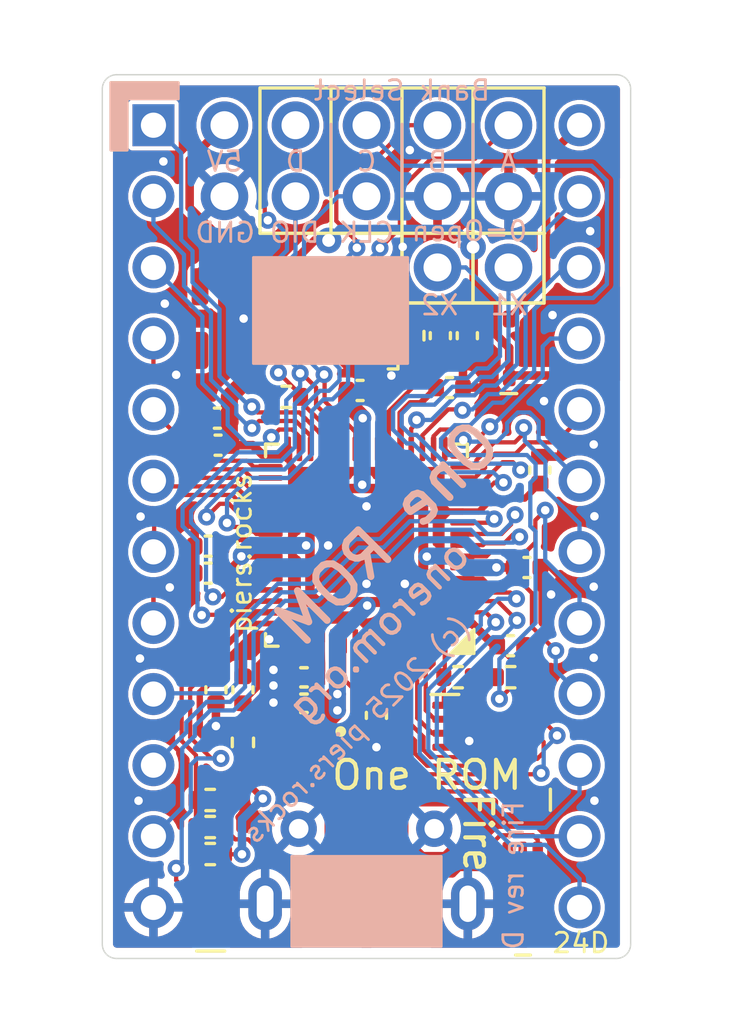
<source format=kicad_pcb>
(kicad_pcb (version 20241229) (generator "pcbnew") (generator_version "9.0")
  (layers (0 "F.Cu" signal) (2 "B.Cu" signal) (13 "F.Paste" user) (15 "B.Paste" user) (5 "F.SilkS" user "F.Silkscreen") (7 "B.SilkS" user "B.Silkscreen") (1 "F.Mask" user) (3 "B.Mask" user) (25 "Edge.Cuts" user))
  (net 0 "")
  (net 1 "Net-(U1-VREG_AVDD)")
  (net 2 "GND")
  (net 3 "+5V")
  (net 4 "+3V3")
  (net 5 "+1V1")
  (net 6 "SEL_C")
  (net 7 "SEL_D")
  (net 8 "A2")
  (net 9 "Net-(U1-XIN)")
  (net 10 "Net-(U1-XOUT)")
  (net 11 "BOOT")
  (net 12 "A0")
  (net 13 "A8")
  (net 14 "D1")
  (net 15 "D4")
  (net 16 "CX1")
  (net 17 "A12_CS")
  (net 18 "D2")
  (net 19 "A11_CE")
  (net 20 "RUN")
  (net 21 "D5")
  (net 22 "VHOST")
  (net 23 "Net-(U1-VREG_LX)")
  (net 24 "QSPI_SS")
  (net 25 "D6")
  (net 26 "QSPI_SD3")
  (net 27 "A9")
  (net 28 "A4")
  (net 29 "D3")
  (net 30 "QSPI_SD1")
  (net 31 "A3")
  (net 32 "A1")
  (net 33 "D7")
  (net 34 "A7")
  (net 35 "A5")
  (net 36 "A10")
  (net 37 "CS1_OE")
  (net 38 "QSPI_SD0")
  (net 39 "QSPI_SCLK")
  (net 40 "D0")
  (net 41 "VBUS")
  (net 42 "QSPI_SD2")
  (net 43 "CX2")
  (net 44 "VBUS_DET")
  (net 46 "A6")
  (net 47 "Net-(D1-A)")
  (net 48 "Net-(C19-Pad1)")
  (net 49 "LED0")
  (net 50 "SEL_B")
  (net 51 "SEL_A")
  (net 52 "D-")
  (net 53 "D+")
  (net 54 "Net-(J6-D+)")
  (net 55 "Net-(J6-D-)")
  (footprint "RP2350_60QFN_minimal:C_0402_1005Metric_small_pads" (layer "F.Cu") (at 106.99069 52.411843 180)
    (property "Reference" "C17" (hide yes))
    (property "Value" "4.7uF")
  )
  (footprint "Capacitor_SMD:C_0402_1005Metric" (layer "F.Cu") (at 111.8616 39.2684 90)
    (property "Reference" "C19" (hide yes))
    (property "Value" "15pF")
  )
  (footprint "Capacitor_SMD:C_0402_1005Metric" (layer "F.Cu") (at 112.8268 39.2684 90)
    (property "Reference" "C18" (hide yes))
    (property "Value" "15pF")
  )
  (footprint "Package_SON:Winbond_USON-8-1EP_3x2mm_P0.5mm_EP0.2x1.6mm" (layer "F.Cu") (at 113.4523 53.2197)
    (property "Reference" "U5" (hide yes))
    (property "Value" "W25Q16JVSS")
  )
  (footprint "piers footprints:USB_Micro-B_micro_xnj_073_C404969" (layer "F.Cu") (at 109.22 57.8806)
    (property "Reference" "J6" (hide yes))
    (property "Value" "USB_B_Micro")
  )
  (footprint "Package_TO_SOT_SMD:SOT-23-5" (layer "F.Cu") (at 104.2162 38.6588 -90)
    (property "Reference" "U3" (hide yes))
    (property "Value" "AP2112K-3.3")
  )
  (footprint "Capacitor_SMD:C_0402_1005Metric" (layer "F.Cu") (at 103.5558 46.7868 180)
    (property "Reference" "C6" (hide yes))
    (property "Value" "0.1uF")
  )
  (footprint "Diode_SMD:D_SOD-323" (layer "F.Cu") (at 114.8334 59.783 90)
    (property "Reference" "D3" (hide yes))
    (property "Value" "1N5819WS")
  )
  (footprint "Capacitor_SMD:C_0402_1005Metric" (layer "F.Cu") (at 112.1918 41.1226)
    (property "Reference" "C8" (hide yes))
    (property "Value" "0.1uF")
  )
  (footprint "RP2350_60QFN_minimal:L_pol_2016" (layer "F.Cu") (at 106.99069 54.088243 180)
    (property "Reference" "L1" (hide yes))
    (property "Value" "3.3u")
  )
  (footprint "RP2350_60QFN_minimal:C_0402_1005Metric_small_pads" (layer "F.Cu") (at 106.99069 51.472043 180)
    (property "Reference" "C16" (hide yes))
    (property "Value" "4.7uF")
  )
  (footprint "Capacitor_SMD:C_0402_1005Metric" (layer "F.Cu") (at 108.9914 41.2242)
    (property "Reference" "C3" (hide yes))
    (property "Value" "4.7uF")
  )
  (footprint "Capacitor_SMD:C_0402_1005Metric" (layer "F.Cu") (at 109.5756 52.832 -90)
    (property "Reference" "C11" (hide yes))
    (property "Value" "0.1uF")
  )
  (footprint "Resistor_SMD:R_0402_1005Metric" (layer "F.Cu") (at 103.63 56.8198 180)
    (property "Reference" "R7" (hide yes))
    (property "Value" "10K")
  )
  (footprint "Resistor_SMD:R_0402_1005Metric" (layer "F.Cu") (at 112.4966 51.4671 180)
    (property "Reference" "R3" (hide yes))
    (property "Value" "10K")
  )
  (footprint "Resistor_SMD:R_0402_1005Metric" (layer "F.Cu") (at 114.3762 51.4671)
    (property "Reference" "R2" (hide yes))
    (property "Value" "1K")
  )
  (footprint "Crystal:Crystal_SMD_Abracon_ABM8G-4Pin_3.2x2.5mm" (layer "F.Cu") (at 108.6358 38.397 90)
    (property "Reference" "Y1" (hide yes))
    (property "Value" "Crystal_GND24")
  )
  (footprint "Package_TO_SOT_SMD:SOT-666" (layer "F.Cu") (at 114.808 56.7436 -90)
    (property "Reference" "U4" (hide yes))
    (property "Value" "USBLC6-2P6")
  )
  (footprint "Capacitor_SMD:C_0402_1005Metric" (layer "F.Cu") (at 103.886 42.2148 180)
    (property "Reference" "C7" (hide yes))
    (property "Value" "4.7uF")
  )
  (footprint "RP2350_60QFN_minimal:RP2350-QFN-60-1EP_7x7_P0.4mm_EP3.4x3.4mm_ThermalVias" (layer "F.Cu") (at 109.22 46.7502 180)
    (property "Reference" "U1" (hide yes))
    (property "Value" "RP2350_60QFN")
  )
  (footprint "Connector_PinHeader_2.54mm:PinHeader_1x02_P2.54mm_Vertical" (layer "F.Cu") (at 104.14 31.75)
    (property "Reference" "J1" (hide yes))
    (property "Value" "Conn_01x02_Pin")
  )
  (footprint "Resistor_SMD:R_0402_1005Metric" (layer "F.Cu") (at 110.8964 39.2684 90)
    (property "Reference" "R6" (hide yes))
    (property "Value" "1K")
  )
  (footprint "Capacitor_SMD:C_0402_1005Metric" (layer "F.Cu") (at 106.4006 39.3446 90)
    (property "Reference" "C2" (hide yes))
    (property "Value" "4.7uF")
  )
  (footprint "Capacitor_SMD:C_0402_1005Metric" (layer "F.Cu") (at 106.4006 37.5158 -90)
    (property "Reference" "C1" (hide yes))
    (property "Value" "4.7uF")
  )
  (footprint "Capacitor_SMD:C_0402_1005Metric" (layer "F.Cu") (at 103.5558 47.752 180)
    (property "Reference" "C5" (hide yes))
    (property "Value" "0.1uF")
  )
  (footprint "Capacitor_SMD:C_0402_1005Metric" (layer "F.Cu") (at 114.9604 47.5488)
    (property "Reference" "C4" (hide yes))
    (property "Value" "0.1uF")
  )
  (footprint "piers footprints:PinHeader_2x04_P2.54mm_Vertical custom silkscreen" (layer "F.Cu") (at 114.3 31.75 -90)
    (property "Reference" "J2" (hide yes))
    (property "Value" "Conn_02x04_Odd_Even" (hide yes))
  )
  (footprint "piers_retro_footprints:2x12 dip pin output 600mil centres no ss" (layer "F.Cu") (at 101.6 31.75)
    (property "Reference" "U2" (hide yes))
    (property "Value" "2332/2364 SOCKET" (hide yes))
  )
  (footprint "Resistor_SMD:R_0402_1005Metric" (layer "F.Cu") (at 104.8004 53.7972 -90)
    (property "Reference" "R4" (hide yes))
    (property "Value" "33R")
  )
  (footprint "Capacitor_SMD:C_0402_1005Metric" (layer "F.Cu") (at 114.3762 50.3428)
    (property "Reference" "C13" (hide yes))
    (property "Value" "4.7uF")
  )
  (footprint "Capacitor_SMD:C_0402_1005Metric" (layer "F.Cu") (at 103.9114 43.18 180)
    (property "Reference" "C10" (hide yes))
    (property "Value" "0.1uF")
  )
  (footprint "Diode_SMD:D_SOD-323" (layer "F.Cu") (at 114.3254 39.7256 90)
    (property "Reference" "D2" (hide yes))
    (property "Value" "1N5819WS")
  )
  (footprint "Resistor_SMD:R_0402_1005Metric" (layer "F.Cu") (at 103.63 55.8546)
    (property "Reference" "R8" (hide yes))
    (property "Value" "10K")
  )
  (footprint "Resistor_SMD:R_0402_1005Metric" (layer "F.Cu") (at 106.3498 41.4528)
    (property "Reference" "R1" (hide yes))
    (property "Value" "10K")
  )
  (footprint "Capacitor_SMD:C_0402_1005Metric" (layer "F.Cu") (at 115.4176 44.069 90)
    (property "Reference" "C12" (hide yes))
    (property "Value" "0.1uF")
  )
  (footprint "Capacitor_SMD:C_0402_1005Metric" (layer "F.Cu") (at 104.8004 51.9176 90)
    (property "Reference" "C15" (hide yes))
    (property "Value" "4.7uF")
  )
  (footprint "Connector_PinHeader_2.54mm:PinHeader_1x02_P2.54mm_Vertical" (layer "F.Cu") (at 114.3 36.83 -90)
    (property "Reference" "J3" (hide yes))
    (property "Value" "Conn_01x02_Pin" (hide yes))
  )
  (footprint "Capacitor_SMD:C_0402_1005Metric" (layer "F.Cu") (at 103.8352 51.9176 -90)
    (property "Reference" "C9" (hide yes))
    (property "Value" "0.1uF")
  )
  (footprint "LED_SMD:LED_0603_1608Metric" (layer "F.Cu") (at 103.6574 59.7662 90)
    (property "Reference" "D1" (hide yes))
    (property "Value" "LED_Small")
  )
  (footprint "Resistor_SMD:R_0402_1005Metric" (layer "F.Cu") (at 103.632 57.785 180)
    (property "Reference" "R5" (hide yes))
    (property "Value" "1K")
  )
  (gr_poly (pts (xy 106.084073 51.586602) (xy 105.6894 51.4604) (xy 105.6894 51.1048) (xy 105.83075 51.0032) (xy 106.0704 51.0032) (xy 106.250819 50.984608) (xy 106.7308 50.8) (xy 106.7816 50.7746) (xy 106.356169 51.314506)) (stroke (width 0.2)) (fill yes) (layer "F.Cu") (net 2))
  (gr_poly (pts (xy 106.99069 52.785832) (xy 106.78749 52.963632) (xy 106.35569 52.989032) (xy 106.05089 53.268432) (xy 106.05089 53.979632) (xy 106.40649 53.725632) (xy 106.99069 53.039832)) (stroke (width 0.2)) (fill yes) (layer "F.Cu") (net 23))
  (gr_poly (pts (xy 106.4768 51.054) (xy 106.0704 51.054) (xy 105.7656 51.3334) (xy 105.6894 51.4604) (xy 105.6894 52.4256) (xy 105.8926 52.578) (xy 106.2228 52.578) (xy 106.6038 52.578) (xy 106.6038 51.0032)) (stroke (width 0.2)) (fill yes) (layer "F.Cu") (net 2))
  (gr_poly (pts (xy 107.744837 53.688865) (xy 107.430279 53.213) (xy 107.36267 52.57368) (xy 107.668637 52.545865) (xy 107.785879 52.8828) (xy 107.912879 53.2384)) (stroke (width 0.2)) (fill yes) (layer "F.Cu") (net 5))
  (gr_poly (pts (xy 107.625573 50.5206) (xy 107.6452 50.9651) (xy 107.6452 51.2826) (xy 107.3658 51.260297) (xy 107.619014 50.9535)) (stroke (width 0.2)) (fill yes) (layer "F.Cu") (net 4))
  (gr_line (start 107.0991 52.7304) (end 106.8705 52.7304) (stroke (width 0.127)) (layer "F.SilkS"))
  (gr_poly (pts (xy 100.076 30.226) (xy 102.489 30.226) (xy 102.489 30.8102) (xy 100.6602 30.8102) (xy 100.6602 32.639) (xy 100.076 32.639)) (stroke (width 0.1)) (fill yes) (layer "F.SilkS"))
  (gr_line (start 110.49 38.1) (end 110.49 35.6108) (stroke (width 0.127)) (layer "F.SilkS"))
  (gr_line (start 113.03 38.1) (end 113.03 35.6108) (stroke (width 0.127)) (layer "F.SilkS"))
  (gr_line (start 107.0991 51.816) (end 106.8705 51.816) (stroke (width 0.127)) (layer "F.SilkS"))
  (gr_line (start 107.0991 51.1302) (end 106.8705 51.1302) (stroke (width 0.127)) (layer "F.SilkS"))
  (gr_line (start 107.0991 52.07) (end 106.8705 52.07) (stroke (width 0.127)) (layer "F.SilkS"))
  (gr_line (start 115.57 38.1) (end 115.57 35.6108) (stroke (width 0.127)) (layer "F.SilkS"))
  (gr_line (start 115.57 38.1) (end 110.49 38.1) (stroke (width 0.127)) (layer "F.SilkS"))
  (gr_rect (start 106.54665 57.86755) (end 111.89335 61.08065) (stroke (width 0.1)) (fill yes) (layer "B.SilkS"))
  (gr_rect (start 105.1757 36.4744) (end 110.6932 40.2613) (stroke (width 0.1)) (fill yes) (layer "B.SilkS"))
  (gr_line (start 113.03 31.7104) (end 113.03 34.3012) (stroke (width 0.1)) (layer "B.SilkS"))
  (gr_line (start 107.95 31.7104) (end 107.95 34.3012) (stroke (width 0.1)) (layer "B.SilkS"))
  (gr_poly (pts (xy 100.076 30.226) (xy 100.076 32.639) (xy 100.6602 32.639) (xy 100.6602 30.8102) (xy 102.489 30.8102) (xy 102.489 30.226)) (stroke (width 0.1)) (fill yes) (layer "B.SilkS"))
  (gr_line (start 110.49 31.7104) (end 110.49 34.3012) (stroke (width 0.1)) (layer "B.SilkS"))
  (gr_line (start 118.6688 30.4546) (end 118.6688 61.00719) (stroke (width 0.05)) (layer "Edge.Cuts"))
  (gr_arc (start 118.1608 29.9466) (mid 118.52001 30.09539) (end 118.6688 30.4546) (stroke (width 0.05)) (layer "Edge.Cuts"))
  (gr_line (start 100.27899 29.9466) (end 118.1608 29.9466) (stroke (width 0.05)) (layer "Edge.Cuts"))
  (gr_arc (start 99.77099 30.4546) (mid 99.91978 30.09539) (end 100.27899 29.9466) (stroke (width 0.05)) (layer "Edge.Cuts"))
  (gr_arc (start 118.6688 61.00719) (mid 118.52001 61.3664) (end 118.1608 61.51519) (stroke (width 0.05)) (layer "Edge.Cuts"))
  (gr_line (start 99.7712 61.00719) (end 99.77099 30.4546) (stroke (width 0.05)) (layer "Edge.Cuts"))
  (gr_arc (start 100.2792 61.51519) (mid 99.91999 61.3664) (end 99.7712 61.00719) (stroke (width 0.05)) (layer "Edge.Cuts"))
  (gr_line (start 118.1608 61.51519) (end 100.2792 61.51519) (stroke (width 0.05)) (layer "Edge.Cuts"))
  (gr_text "piers.rocks" (at 104.7496 47.0408 90) (layer "F.SilkS") (effects (font (size 0.7 0.7) (thickness 0.1))))
  (gr_text "One ROM" (at 111.379 54.9656 0) (layer "F.SilkS") (effects (font (size 1 1))))
  (gr_text "24D" (at 116.8908 60.96 0) (layer "F.SilkS") (effects (font (size 0.7 0.7) (thickness 0.1))))
  (gr_text "Fire" (at 113.2078 57.023 270) (layer "F.SilkS") (effects (font (size 1 1))))
  (gr_text "D" (at 106.68 33.0454 0) (layer "B.SilkS") (effects (font (size 0.7 0.7) (thickness 0.1)) (justify mirror)))
  (gr_text "(c) 2025 piers.rocks" (at 108.8644 53.34 45) (layer "B.SilkS") (effects (font (size 0.7 0.7) (thickness 0.1)) (justify mirror)))
  (gr_text "5V" (at 104.14 33.0454 0) (layer "B.SilkS") (effects (font (size 0.7 0.7) (thickness 0.1)) (justify mirror)))
  (gr_text "B" (at 111.76 33.0454 0) (layer "B.SilkS") (effects (font (size 0.7 0.7) (thickness 0.1)) (justify mirror)))
  (gr_text "Bank Select" (at 110.49 30.5054 0) (layer "B.SilkS") (effects (font (size 0.7 0.7) (thickness 0.1)) (justify mirror)))
  (gr_text "onerom.org" (at 109.6518 49.8094 45) (layer "B.SilkS") (effects (font (size 1 1)) (justify mirror)))
  (gr_text "X2" (at 111.8362 38.1762 0) (layer "B.SilkS") (effects (font (size 0.7 0.7) (thickness 0.1)) (justify mirror)))
  (gr_text "C" (at 109.22 33.0454 0) (layer "B.SilkS") (effects (font (size 0.7 0.7) (thickness 0.1)) (justify mirror)))
  (gr_text "A" (at 114.3 33.0454 0) (layer "B.SilkS") (effects (font (size 0.7 0.7) (thickness 0.1)) (justify mirror)))
  (gr_text "DIO" (at 106.6546 35.5854 0) (layer "B.SilkS") (effects (font (size 0.7 0.7) (thickness 0.1)) (justify mirror)))
  (gr_text "CLK" (at 109.22 35.5854 0) (layer "B.SilkS") (effects (font (size 0.7 0.7) (thickness 0.1)) (justify mirror)))
  (gr_text "0=Open" (at 112.903 35.5346 0) (layer "B.SilkS") (effects (font (size 0.7 0.7) (thickness 0.1)) (justify mirror)))
  (gr_text "GND" (at 104.1654 35.5854 0) (layer "B.SilkS") (effects (font (size 0.7 0.7) (thickness 0.1)) (justify mirror)))
  (gr_text "One ROM" (at 109.9566 46.3296 45) (layer "B.SilkS") (effects (font (size 1.5 1.5) (thickness 0.25) (bold yes)) (justify mirror)))
  (gr_text "X1" (at 114.3254 38.1762 0) (layer "B.SilkS") (effects (font (size 0.7 0.7) (thickness 0.1)) (justify mirror)))
  (gr_text "Fire rev D" (at 114.4778 61.2648 90) (layer "B.SilkS") (effects (font (size 0.7 0.7) (thickness 0.1)) (justify right mirror)))
  (segment (start 106.42 50.1877) (end 105.9434 50.6643) (width 0.1524) (layer "F.Cu") (net 1))
  (segment (start 105.9434 50.6643) (end 105.942148 50.663048) (width 0.1524) (layer "F.Cu") (net 1))
  (segment (start 105.34 51.858) (end 104.8004 52.3976) (width 0.1524) (layer "F.Cu") (net 1))
  (segment (start 105.665026 50.663048) (end 105.34 50.988075) (width 0.1524) (layer "F.Cu") (net 1))
  (segment (start 104.8004 52.3976) (end 104.8004 53.2872) (width 0.1524) (layer "F.Cu") (net 1))
  (segment (start 105.942148 50.663048) (end 105.665026 50.663048) (width 0.1524) (layer "F.Cu") (net 1))
  (segment (start 105.34 50.988075) (end 105.34 51.858) (width 0.1524) (layer "F.Cu") (net 1))
  (segment (start 112.2402 55.9318) (end 110.7938 55.9318) (width 0.3048) (layer "F.Cu") (net 2))
  (segment (start 110.52 56.2056) (end 110.52 56.4181) (width 0.3048) (layer "F.Cu") (net 2))
  (segment (start 110.1344 55.2196) (end 110.109 55.2196) (width 0.3048) (layer "F.Cu") (net 2))
  (segment (start 107.7858 39.6122) (end 108.6612 40.4876) (width 0.3048) (layer "F.Cu") (net 2))
  (segment (start 108.7256 38.5572) (end 110.1852 38.5572) (width 0.1524) (layer "F.Cu") (net 2))
  (segment (start 106.1466 51.40277) (end 106.1466 51.816) (width 0.2286) (layer "F.Cu") (net 2))
  (segment (start 116.587001 50.7746) (end 116.307101 51.054501) (width 0.1524) (layer "F.Cu") (net 2))
  (segment (start 115.2642 50.5958) (end 115.0112 50.3428) (width 0.1524) (layer "F.Cu") (net 2))
  (segment (start 116.307101 51.054501) (end 115.745432 51.054501) (width 0.1524) (layer "F.Cu") (net 2))
  (segment (start 109.578843 41.2242) (end 110.110621 40.692422) (width 0.3048) (layer "F.Cu") (net 2))
  (segment (start 117.348 50.7746) (end 116.587001 50.7746) (width 0.1524) (layer "F.Cu") (net 2))
  (segment (start 106.4006 37.9958) (end 106.4006 38.227) (width 0.3048) (layer "F.Cu") (net 2))
  (segment (start 110.1852 38.5572) (end 110.5408 38.2016) (width 0.1524) (layer "F.Cu") (net 2))
  (segment (start 110.52 55.6052) (end 110.1344 55.2196) (width 0.3048) (layer "F.Cu") (net 2))
  (segment (start 103.8352 52.3976) (end 103.8352 53.213) (width 0.2286) (layer "F.Cu") (net 2))
  (segment (start 107.1534 38.8646) (end 107.7858 39.497) (width 0.3048) (layer "F.Cu") (net 2))
  (segment (start 117.348 48.2346) (end 117.2972 48.1838) (width 0.2286) (layer "F.Cu") (net 2))
  (segment (start 109.5756 53.966644) (end 109.5756 53.312) (width 0.3048) (layer "F.Cu") (net 2))
  (segment (start 116.05 43.589) (end 115.4176 43.589) (width 0.2286) (layer "F.Cu") (net 2))
  (segment (start 106.4006 38.8646) (end 107.1534 38.8646) (width 0.3048) (layer "F.Cu") (net 2))
  (segment (start 116.4844 43.1546) (end 116.05 43.589) (width 0.2286) (layer "F.Cu") (net 2))
  (segment (start 100.241966 40.905834) (end 100.241966 48.031966) (width 0.1778) (layer "F.Cu") (net 2))
  (segment (start 107.5208 39.762) (end 107.7858 39.497) (width 0.3048) (layer "F.Cu") (net 2))
  (segment (start 110.5408 38.2016) (end 111.2748 38.2016) (width 0.1524) (layer "F.Cu") (net 2))
  (segment (start 112.417 56.1086) (end 112.2402 55.9318) (width 0.3048) (layer "F.Cu") (net 2))
  (segment (start 112.0273 53.9697) (end 112.671798 53.9697) (width 0.1524) (layer "F.Cu") (net 2))
  (segment (start 111.645 56.8806) (end 112.417 56.1086) (width 0.3048) (layer "F.Cu") (net 2))
  (segment (start 105.478327 50.37503) (end 105.2576 50.37503) (width 0.2286) (layer "F.Cu") (net 2))
  (segment (start 115.0112 50.3428) (end 114.8562 50.3428) (width 0.1524) (layer "F.Cu") (net 2))
  (segment (start 109.4714 41.2242) (end 109.578843 41.2242) (width 0.3048) (layer "F.Cu") (net 2))
  (segment (start 104.2162 37.5213) (end 104.2162 38.6334) (width 0.6096) (layer "F.Cu") (net 2))
  (segment (start 111.2748 38.2016) (end 111.8616 38.7884) (width 0.1524) (layer "F.Cu") (net 2))
  (segment (start 110.7938 55.9318) (end 110.52 56.2056) (width 0.3048) (layer "F.Cu") (net 2))
  (segment (start 105.2576 50.37503) (end 104.8004 50.83223) (width 0.2286) (layer "F.Cu") (net 2))
  (segment (start 115.28673 50.5958) (end 115.2642 50.5958) (width 0.1524) (layer "F.Cu") (net 2))
  (segment (start 107.7858 39.497) (end 107.7858 39.6122) (width 0.3048) (layer "F.Cu") (net 2))
  (segment (start 115.745432 51.054501) (end 115.28673 50.5958) (width 0.1524) (layer "F.Cu") (net 2))
  (segment (start 107.7858 39.497) (end 108.7256 38.5572) (width 0.1524) (layer "F.Cu") (net 2))
  (segment (start 115.7986 47.5488) (end 115.4404 47.5488) (width 0.2286) (layer "F.Cu") (net 2))
  (segment (start 110.52 56.4181) (end 110.52 55.6052) (width 0.3048) (layer "F.Cu") (net 2))
  (segment (start 103.2002 43.18) (end 102.7938 42.7736) (width 0.3048) (layer "F.Cu") (net 2))
  (segment (start 104.8004 50.83223) (end 104.8004 51.4376) (width 0.2286) (layer "F.Cu") (net 2))
  (segment (start 105.739606 50.113751) (end 105.478327 50.37503) (width 0.2286) (layer "F.Cu") (net 2))
  (segment (start 106.4006 38.8646) (end 106.4006 37.9958) (width 0.3048) (layer "F.Cu") (net 2))
  (segment (start 117.348 43.1546) (end 116.4844 43.1546) (width 0.2286) (layer "F.Cu") (net 2))
  (segment (start 117.2972 48.1838) (end 116.4336 48.1838) (width 0.2286) (layer "F.Cu") (net 2))
  (segment (start 116.4336 48.1838) (end 115.7986 47.5488) (width 0.2286) (layer "F.Cu") (net 2))
  (segment (start 103.4314 43.18) (end 103.2002 43.18) (width 0.3048) (layer "F.Cu") (net 2))
  (segment (start 102.235 53.8226) (end 102.550273 54.137872) (width 0.1778) (layer "F.Cu") (net 2))
  (segment (start 112.671798 53.9697) (end 112.895098 53.7464) (width 0.1524) (layer "F.Cu") (net 2))
  (segment (start 103.8352 52.3976) (end 103.8404 52.3976) (width 0.2286) (layer "F.Cu") (net 2))
  (segment (start 112.8268 38.7884) (end 111.8616 38.7884) (width 0.1524) (layer "F.Cu") (net 2))
  (segment (start 103.0758 46.7868) (end 103.0758 47.752) (width 0.3048) (layer "F.Cu") (net 2))
  (via (at 117.3734 55.88) (size 0.6096) (drill 0.3048) (layers "F.Cu" "B.Cu") (net 2))
  (via (at 104.8258 38.6588) (size 0.6096) (drill 0.3048) (layers "F.Cu" "B.Cu") (net 2))
  (via (at 102.4128 40.6654) (size 0.6096) (drill 0.3048) (layers "F.Cu" "B.Cu") (net 2))
  (via (at 105.739606 50.113751) (size 0.6096) (drill 0.3048) (layers "F.Cu" "B.Cu") (net 2))
  (via (at 103.8352 53.213) (size 0.6096) (drill 0.3048) (layers "F.Cu" "B.Cu") (net 2))
  (via (at 115.8748 38.5318) (size 0.6096) (drill 0.3048) (layers "F.Cu" "B.Cu") (net 2))
  (via (at 110.7694 32.639) (size 0.6096) (drill 0.3048) (layers "F.Cu" "B.Cu") (net 2))
  (via (at 105.8926 51.7652) (size 0.6096) (drill 0.3048) (layers "F.Cu" "B.Cu") (net 2))
  (via (at 110.5916 48.133) (size 0.6096) (drill 0.3048) (layers "F.Cu" "B.Cu") (net 2))
  (via (at 109.5756 53.966644) (size 0.6096) (drill 0.3048) (layers "F.Cu" "B.Cu") (net 2))
  (via (at 101.14 45.73) (size 0.6096) (drill 0.3048) (layers "F.Cu" "B.Cu") (net 2))
  (via (at 110.5154 36.0934) (size 0.6096) (drill 0.3048) (layers "F.Cu" "B.Cu") (net 2))
  (via (at 115.57 41.6052) (size 0.6096) (drill 0.3048) (layers "F.Cu" "B.Cu") (net 2))
  (via (at 101.9556 33.0454) (size 0.6096) (drill 0.3048) (layers "F.Cu" "B.Cu") (net 2))
  (via (at 102.1842 48.26) (size 0.6096) (drill 0.3048) (layers "F.Cu" "B.Cu") (net 2))
  (via (at 117.348 43.1546) (size 0.6096) (drill 0.3048) (layers "F.Cu" "B.Cu") (net 2))
  (via (at 102.0064 38.1254) (size 0.6096) (drill 0.3048) (layers "F.Cu" "B.Cu") (net 2))
  (via (at 112.895098 53.7464) (size 0.6096) (drill 0.3048) (layers "F.Cu" "B.Cu") (net 2))
  (via (at 117.348 50.7746) (size 0.6096) (drill 0.3048) (layers "F.Cu" "B.Cu") (net 2))
  (via (at 107.8484 46.7614) (size 0.6096) (drill 0.3048) (layers "F.Cu" "B.Cu") (net 2))
  (via (at 117.3734 45.72) (size 0.6096) (drill 0.3048) (layers "F.Cu" "B.Cu") (net 2))
  (via (at 101.1174 50.8) (size 0.6096) (drill 0.3048) (layers "F.Cu" "B.Cu") (net 2))
  (via (at 117.348 48.2346) (size 0.6096) (drill 0.3048) (layers "F.Cu" "B.Cu") (net 2))
  (via (at 109.22 48.133) (size 0.6096) (drill 0.3048) (layers "F.Cu" "B.Cu") (net 2))
  (via (at 115.824 48.514) (size 0.6096) (drill 0.3048) (layers "F.Cu" "B.Cu") (net 2))
  (via (at 109.22 45.3644) (size 0.6096) (drill 0.3048) (layers "F.Cu" "B.Cu") (net 2))
  (via (at 101.0666 55.88) (size 0.6096) (drill 0.3048) (layers "F.Cu" "B.Cu") (net 2))
  (via (at 110.110621 40.692422) (size 0.6096) (drill 0.3048) (layers "F.Cu" "B.Cu") (net 2))
  (via (at 117.221 35.5346) (size 0.6096) (drill 0.3048) (layers "F.Cu" "B.Cu") (net 2))
  (via (at 105.8926 52.3748) (size 0.6096) (drill 0.3048) (layers "F.Cu" "B.Cu") (net 2))
  (via (at 105.8926 51.2064) (size 0.6096) (drill 0.3048) (layers "F.Cu" "B.Cu") (net 2))
  (segment (start 118.1639 42.3387) (end 118.1639 33.4339) (width 0.2286) (layer "B.Cu") (net 2))
  (segment (start 113.158001 46.991001) (end 113.159002 46.99) (width 0.2032) (layer "B.Cu") (net 2))
  (segment (start 113.159002 46.99) (end 114.1222 46.99) (width 0.2032) (layer "B.Cu") (net 2))
  (segment (start 118.1639 33.4339) (end 117.99 33.26) (width 0.2286) (layer "B.Cu") (net 2))
  (segment (start 114.1222 46.99) (end 114.4016 47.2694) (width 0.2032) (layer "B.Cu") (net 2))
  (segment (start 113.7666 39.1414) (end 114.3254 39.7002) (width 0.3048) (layer "F.Cu") (net 3))
  (segment (start 114.8462 60.8458) (end 117.3352 60.8458) (width 0.3048) (layer "F.Cu") (net 3))
  (segment (start 105.1662 37.0434) (end 104.648 36.5252) (width 0.3048) (layer "F.Cu") (net 3))
  (segment (start 105.4231 37.2644) (end 105.1662 37.5213) (width 0.3048) (layer "F.Cu") (net 3))
  (segment (start 103.2662 36.9926) (end 103.2662 37.5213) (width 0.3048) (layer "F.Cu") (net 3))
  (segment (start 117.3734 40.6908) (end 114.4102 40.6908) (width 0.3048) (layer "F.Cu") (net 3))
  (segment (start 104.2162 36.0172) (end 104.2162 36.5252) (width 0.3048) (layer "F.Cu") (net 3))
  (segment (start 104.2162 36.5252) (end 103.7336 36.5252) (width 0.3048) (layer "F.Cu") (net 3))
  (segment (start 105.1662 37.5213) (end 105.1662 37.0434) (width 0.3048) (layer "F.Cu") (net 3))
  (segment (start 118.0154 42.2148) (end 118.0154 41.3328) (width 0.3048) (layer "F.Cu") (net 3))
  (segment (start 117.3352 60.8458) (end 118.0154 60.1656) (width 0.3048) (layer "F.Cu") (net 3))
  (segment (start 118.0154 41.3328) (end 117.3734 40.6908) (width 0.3048) (layer "F.Cu") (net 3))
  (segment (start 106.4006 36.83) (end 106.4006 37.0358) (width 0.3048) (layer "F.Cu") (net 3))
  (segment (start 106.4006 37.0358) (end 105.8926 37.0358) (width 0.3048) (layer "F.Cu") (net 3))
  (segment (start 104.648 36.5252) (end 104.2162 36.5252) (width 0.3048) (layer "F.Cu") (net 3))
  (segment (start 107.866682 35.8658) (end 107.3648 35.8658) (width 0.3048) (layer "F.Cu") (net 3))
  (segment (start 113.0554 36.128524) (end 113.0554 37.2618) (width 0.3048) (layer "F.Cu") (net 3))
  (segment (start 113.03271 35.79111) (end 112.9158 35.6742) (width 0.3048) (layer "F.Cu") (net 3))
  (segment (start 113.7666 37.973) (end 113.7666 39.1414) (width 0.3048) (layer "F.Cu") (net 3))
  (segment (start 103.7336 36.5252) (end 103.2662 36.9926) (width 0.3048) (layer "F.Cu") (net 3))
  (segment (start 113.03271 36.105834) (end 113.0554 36.128524) (width 0.3048) (layer "F.Cu") (net 3))
  (segment (start 114.8334 60.833) (end 114.8462 60.8458) (width 0.3048) (layer "F.Cu") (net 3))
  (segment (start 102.8954 34.6964) (end 104.2162 36.0172) (width 0.3048) (layer "F.Cu") (net 3))
  (segment (start 118.0154 60.1656) (end 118.0154 42.2148) (width 0.3048) (layer "F.Cu") (net 3))
  (segment (start 105.8926 37.0358) (end 105.664 37.2644) (width 0.3048) (layer "F.Cu") (net 3))
  (segment (start 114.4102 40.6908) (end 114.3254 40.7756) (width 0.3048) (layer "F.Cu") (net 3))
  (segment (start 105.664 37.2644) (end 105.4231 37.2644) (width 0.3048) (layer "F.Cu") (net 3))
  (segment (start 113.03271 36.105834) (end 113.03271 35.79111) (width 0.3048) (layer "F.Cu") (net 3))
  (segment (start 114.3676 40.7756) (end 114.3254 40.7756) (width 0.3048) (layer "F.Cu") (net 3))
  (segment (start 102.8954 32.9946) (end 102.8954 34.6964) (width 0.3048) (layer "F.Cu") (net 3))
  (segment (start 114.3254 39.7002) (end 114.3254 40.7756) (width 0.3048) (layer "F.Cu") (net 3))
  (segment (start 107.3648 35.8658) (end 106.4006 36.83) (width 0.3048) (layer "F.Cu") (net 3))
  (segment (start 104.14 31.75) (end 102.8954 32.9946) (width 0.3048) (layer "F.Cu") (net 3))
  (segment (start 113.0554 37.2618) (end 113.7666 37.973) (width 0.3048) (layer "F.Cu") (net 3))
  (via (at 113.03271 36.105834) (size 0.9144) (drill 0.4572) (layers "F.Cu" "B.Cu") (net 3))
  (via (at 107.866682 35.8658) (size 0.9144) (drill 0.4572) (layers "F.Cu" "B.Cu") (net 3))
  (segment (start 113.03271 36.09511) (end 112.395 35.4574) (width 0.3048) (layer "B.Cu") (net 3))
  (segment (start 112.395 35.4574) (end 109.474 35.4574) (width 0.3048) (layer "B.Cu") (net 3))
  (segment (start 107.866682 35.8658) (end 108.274082 35.4584) (width 0.3048) (layer "B.Cu") (net 3))
  (segment (start 113.03271 36.105834) (end 113.03271 36.09511) (width 0.3048) (layer "B.Cu") (net 3))
  (segment (start 108.274082 35.4584) (end 109.9566 35.4584) (width 0.3048) (layer "B.Cu") (net 3))
  (segment (start 105.4862 43.5102) (end 105.156 43.18) (width 0.3048) (layer "F.Cu") (net 4))
  (segment (start 106.4006 39.8246) (end 106.4006 39.8806) (width 0.3048) (layer "F.Cu") (net 4))
  (segment (start 114.312984 45.093098) (end 114.321082 45.085) (width 0.2286) (layer "F.Cu") (net 4))
  (segment (start 109.62 51.741786) (end 109.5756 51.786186) (width 0.2286) (layer "F.Cu") (net 4))
  (segment (start 107.8484 49.4792) (end 107.8484 49.4284) (width 0.2286) (layer "F.Cu") (net 4))
  (segment (start 106.252722 46.7502) (end 106.5276 46.475322) (width 0.2032) (layer "F.Cu") (net 4))
  (segment (start 106.3102 46.7502) (end 106.5276 46.5328) (width 0.2286) (layer "F.Cu") (net 4))
  (segment (start 112.6575 45.5502) (end 112.149 45.5502) (width 0.2286) (layer "F.Cu") (net 4))
  (segment (start 112.175626 49.4952) (end 111.903 49.4952) (width 0.2032) (layer "F.Cu") (net 4))
  (segment (start 105.7825 46.7502) (end 106.3132 46.7502) (width 0.2286) (layer "F.Cu") (net 4))
  (segment (start 112.175626 49.4952) (end 112.1062 49.4952) (width 0.2032) (layer "F.Cu") (net 4))
  (segment (start 112.6575 45.5502) (end 112.169318 45.5502) (width 0.2286) (layer "F.Cu") (net 4))
  (segment (start 105.133795 46.7502) (end 105.7825 46.7502) (width 0.2032) (layer "F.Cu") (net 4))
  (segment (start 105.029 49.5046) (end 103.8352 50.6984) (width 0.2286) (layer "F.Cu") (net 4))
  (segment (start 105.0798 55.1688) (end 105.0798 55.372) (width 0.2286) (layer "F.Cu") (net 4))
  (segment (start 103.5812 53.7972) (end 104.2924 53.7972) (width 0.2286) (layer "F.Cu") (net 4))
  (segment (start 107.6523 49.667218) (end 107.837018 49.4825) (width 0.2286) (layer "F.Cu") (net 4))
  (segment (start 109.62 50.1877) (end 109.62 49.676) (width 0.2286) (layer "F.Cu") (net 4))
  (segment (start 114.8773 52.4697) (end 115.1957 52.4697) (width 0.1524) (layer "F.Cu") (net 4))
  (segment (start 104.2924 53.7972) (end 104.8004 54.3052) (width 0.2286) (layer "F.Cu") (net 4))
  (segment (start 106.42 43.3127) (end 106.465 43.3577) (width 0.2032) (layer "F.Cu") (net 4))
  (segment (start 104.0358 46.7868) (end 104.29163 46.53097) (width 0.2286) (layer "F.Cu") (net 4))
  (segment (start 105.0798 55.372) (end 105.5116 55.8038) (width 0.2286) (layer "F.Cu") (net 4))
  (segment (start 110.42 43.800882) (end 110.42 43.3127) (width 0.2286) (layer "F.Cu") (net 4))
  (segment (start 112.149 45.5502) (end 111.887 45.2882) (width 0.2286) (layer "F.Cu") (net 4))
  (segment (start 112.230626 49.5502) (end 112.175626 49.4952) (width 0.2032) (layer "F.Cu") (net 4))
  (segment (start 105.1662 40.1726) (end 105.1662 39.7963) (width 0.3048) (layer "F.Cu") (net 4))
  (segment (start 115.160064 50.9016) (end 114.455 50.9016) (width 0.1524) (layer "F.Cu") (net 4))
  (segment (start 105.7825 49.5502) (end 106.2026 49.5502) (width 0.2032) (layer "F.Cu") (net 4))
  (segment (start 111.153 41.6814) (end 111.7118 41.1226) (width 0.2286) (layer "F.Cu") (net 4))
  (segment (start 114.8816 45.085) (end 115.4176 44.549) (width 0.2286) (layer "F.Cu") (net 4))
  (segment (start 106.299 49.4538) (end 106.6546 49.4538) (width 0.2032) (layer "F.Cu") (net 4))
  (segment (start 112.6575 49.5502) (end 112.230626 49.5502) (width 0.2032) (layer "F.Cu") (net 4))
  (segment (start 110.42 43.3127) (end 110.4412 43.2915) (width 0.2286) (layer "F.Cu") (net 4))
  (segment (start 103.2575 53.4735) (end 103.5812 53.7972) (width 0.2286) (layer "F.Cu") (net 4))
  (segment (start 104.980696 46.57914) (end 105.151756 46.7502) (width 0.2286) (layer "F.Cu") (net 4))
  (segment (start 104.3152 43.1038) (end 104.3914 43.18) (width 0.6096) (layer "F.Cu") (net 4))
  (segment (start 106.4006 39.8246) (end 105.1945 39.8246) (width 0.6096) (layer "F.Cu") (net 4))
  (segment (start 107.4166 49.4792) (end 107.4166 49.4538) (width 0.2286) (layer "F.Cu") (net 4))
  (segment (start 115.1957 52.4697) (end 115.4684 52.197) (width 0.1524) (layer "F.Cu") (net 4))
  (segment (start 104.29163 46.53097) (end 104.79053 46.53097) (width 0.2286) (layer "F.Cu") (net 4))
  (segment (start 103.2575 52.0153) (end 103.2575 53.4735) (width 0.2286) (layer "F.Cu") (net 4))
  (segment (start 113.550766 45.2443) (end 114.146415 45.2443) (width 0.2286) (layer "F.Cu") (net 4))
  (segment (start 105.7825 49.1502) (end 106.4018 49.1502) (width 0.2286) (layer "F.Cu") (net 4))
  (segment (start 107.6523 49.6753) (end 107.6523 49.667218) (width 0.2286) (layer "F.Cu") (net 4))
  (segment (start 106.252722 46.7502) (end 106.5276 47.025078) (width 0.2032) (layer "F.Cu") (net 4))
  (segment (start 110.42 43.800882) (end 110.764318 44.1452) (width 0.2286) (layer "F.Cu") (net 4))
  (segment (start 111.887 45.832518) (end 111.887 46.0248) (width 0.2286) (layer "F.Cu") (net 4))
  (segment (start 107.8451 49.4825) (end 107.8484 49.4792) (width 0.2286) (layer "F.Cu") (net 4))
  (segment (start 113.0066 51.4671) (end 113.0066 51.2324) (width 0.1524) (layer "F.Cu") (net 4))
  (segment (start 106.262468 43.5102) (end 106.4142 43.661932) (width 0.3048) (layer "F.Cu") (net 4))
  (segment (start 105.7825 46.7502) (end 105.151756 46.7502) (width 0.2286) (layer "F.Cu") (net 4))
  (segment (start 105.7825 49.1502) (end 106.374 49.1502) (width 0.2286) (layer "F.Cu") (net 4))
  (segment (start 106.2026 49.5502) (end 106.299 49.4538) (width 0.2032) (layer "F.Cu") (net 4))
  (segment (start 109.22 51.430586) (end 109.5756 51.786186) (width 0.2286) (layer "F.Cu") (net 4))
  (segment (start 109.22 49.6824) (end 109.4232 49.4792) (width 0.2286) (layer "F.Cu") (net 4))
  (segment (start 105.2818 49.1502) (end 105.029 49.403) (width 0.2286) (layer "F.Cu") (net 4))
  (segment (start 106.4018 49.1502) (end 106.5276 49.276) (width 0.2286) (layer "F.Cu") (net 4))
  (segment (start 106.3132 46.7502) (end 106.5022 46.9392) (width 0.2286) (layer "F.Cu") (net 4))
  (segment (start 105.1662 39.7963) (end 105.1662 40.6044) (width 0.6096) (layer "F.Cu") (net 4))
  (segment (start 115.4684 51.209936) (end 115.160064 50.9016) (width 0.1524) (layer "F.Cu") (net 4))
  (segment (start 104.3152 42.164) (end 104.3152 41.4554) (width 0.6096) (layer "F.Cu") (net 4))
  (segment (start 109.62 50.1877) (end 109.62 49.6888) (width 0.2286) (layer "F.Cu") (net 4))
  (segment (start 115.4684 52.197) (end 115.4684 51.209936) (width 0.1524) (layer "F.Cu") (net 4))
  (segment (start 112.6575 45.5502) (end 113.244866 45.5502) (width 0.2286) (layer "F.Cu") (net 4))
  (segment (start 105.7825 49.1502) (end 106.3994 49.1502) (width 0.2286) (layer "F.Cu") (net 4))
  (segment (start 111.887 45.2882) (end 111.887 45.1104) (width 0.2286) (layer "F.Cu") (net 4))
  (segment (start 110.42 43.800882) (end 110.0836 44.137282) (width 0.2286) (layer "F.Cu") (net 4))
  (segment (start 110.4412 43.2915) (end 110.4412 42.035) (width 0.2286) (layer "F.Cu") (net 4))
  (segment (start 114.146415 45.2443) (end 114.297617 45.093098) (width 0.2286) (layer "F.Cu") (net 4))
  (segment (start 107.62 50.1877) (end 107.62 49.6826) (width 0.2286) (layer "F.Cu") (net 4))
  (segment (start 107.62 49.7076) (end 107.6523 49.6753) (width 0.2286) (layer "F.Cu") (net 4))
  (segment (start 114.321082 45.085) (end 114.8816 45.085) (width 0.2286) (layer "F.Cu") (net 4))
  (segment (start 110.4412 42.035) (end 110.7948 41.6814) (width 0.2286) (layer "F.Cu") (net 4))
  (segment (start 106.3498 49.4538) (end 106.5276 49.276) (width 0.2032) (layer "F.Cu") (net 4))
  (segment (start 105.7825 49.5502) (end 105.0746 49.5502) (width 0.2032) (layer "F.Cu") (net 4))
  (segment (start 109.5756 51.786186) (end 109.5756 52.352) (width 0.2286) (layer "F.Cu") (net 4))
  (segment (start 103.8352 51.4376) (end 103.2575 52.0153) (width 0.2286) (layer "F.Cu") (net 4))
  (segment (start 113.0052 49.556) (end 112.6575 49.556) (width 0.3048) (layer "F.Cu") (net 4))
  (segment (start 106.3994 49.1502) (end 106.553 48.9966) (width 0.2286) (layer "F.Cu") (net 4))
  (segment (start 103.8352 50.6984) (end 103.8352 51.4376) (width 0.2286) (layer "F.Cu") (net 4))
  (segment (start 105.0746 49.5502) (end 105.029 49.5046) (width 0.2032) (layer "F.Cu") (net 4))
  (segment (start 114.455 50.9016) (end 113.8962 50.3428) (width 0.1524) (layer "F.Cu") (net 4))
  (segment (start 104.79053 46.53097) (end 104.8387 46.57914) (width 0.2286) (layer "F.Cu") (net 4))
  (segment (start 113.792 50.3428) (end 113.0052 49.556) (width 0.3048) (layer "F.Cu") (net 4))
  (segment (start 104.8004 54.3052) (end 104.8004 54.3072) (width 0.2286) (layer "F.Cu") (net 4))
  (segment (start 110.7948 41.6814) (end 111.153 41.6814) (width 0.2286) (layer "F.Cu") (net 4))
  (segment (start 106.5276 43.8912) (end 106.6416 44.0052) (width 0.2032) (layer "F.Cu") (net 4))
  (segment (start 105.2449 40.9067) (end 105.6767 41.3385) (width 0.3048) (layer "F.Cu") (net 4))
  (segment (start 113.0066 51.2324) (end 113.8962 50.3428) (width 0.1524) (layer "F.Cu") (net 4))
  (segment (start 104.3152 42.2656) (end 104.3152 43.1038) (width 0.6096) (layer "F.Cu") (net 4))
  (segment (start 104.766129 57.793871) (end 104.150871 57.793871) (width 0.1524) (layer "F.Cu") (net 4))
  (segment (start 104.150871 57.793871) (end 104.142 57.785) (width 0.1524) (layer "F.Cu") (net 4))
  (segment (start 109.22 50.1877) (end 109.22 51.430586) (width 0.2286) (layer "F.Cu") (net 4))
  (segment (start 109.62 49.6888) (end 109.8296 49.4792) (width 0.2286) (layer "F.Cu") (net 4))
  (segment (start 106.5276 47.025078) (end 106.5276 47.1932) (width 0.2032) (layer "F.Cu") (net 4))
  (segment (start 112.169318 45.5502) (end 111.887 45.832518) (width 0.2286) (layer "F.Cu") (net 4))
  (segment (start 104.8004 54.3072) (end 104.8004 54.8894) (width 0.2286) (layer "F.Cu") (net 4))
  (segment (start 106.2167 43.5102) (end 105.4862 43.5102) (width 0.3048) (layer "F.Cu") (net 4))
  (segment (start 105.7825 46.7502) (end 106.3102 46.7502) (width 0.2286) (layer "F.Cu") (net 4))
  (segment (start 106.465 43.3577) (end 106.465 43.8286) (width 0.2032) (layer "F.Cu") (net 4))
  (segment (start 109.62 50.1877) (end 109.62 51.741786) (width 0.2286) (layer "F.Cu") (net 4))
  (segment (start 105.029 49.403) (end 105.029 49.5046) (width 0.2286) (layer "F.Cu") (net 4))
  (segment (start 107.62 50.1877) (end 107.62 50.883601) (width 0.2286) (layer "F.Cu") (net 4))
  (segment (start 114.297617 45.093098) (end 114.312984 45.093098) (width 0.2286) (layer "F.Cu") (net 4))
  (segment (start 106.299 49.4538) (end 106.3498 49.4538) (width 0.2032) (layer "F.Cu") (net 4))
  (segment (start 109.22 49.6824) (end 109.0168 49.4792) (width 0.2286) (layer "F.Cu") (net 4))
  (segment (start 112.1062 49.4952) (end 111.9632 49.3522) (width 0.2032) (layer "F.Cu") (net 4))
  (segment (start 109.62 49.676) (end 109.4232 49.4792) (width 0.2286) (layer "F.Cu") (net 4))
  (segment (start 107.837018 49.4825) (end 107.8451 49.4825) (width 0.2286) (layer "F.Cu") (net 4))
  (segment (start 105.191852 46.7502) (end 105.7825 46.7502) (width 0.2286) (layer "F.Cu") (net 4))
  (segment (start 106.5276 43.8912) (end 106.5276 44.1706) (width 0.2032) (layer "F.Cu") (net 4))
  (segment (start 105.7825 49.1502) (end 105.2818 49.1502) (width 0.2286) (layer "F.Cu") (net 4))
  (segment (start 113.244866 45.5502) (end 113.550766 45.2443) (width 0.2286) (layer "F.Cu") (net 4))
  (segment (start 107.62 49.6826) (end 107.4166 49.4792) (width 0.2286) (layer "F.Cu") (net 4))
  (segment (start 105.156 43.18) (end 104.3914 43.18) (width 0.3048) (layer "F.Cu") (net 4))
  (segment (start 105.1945 39.8246) (end 105.1662 39.7963) (width 0.6096) (layer "F.Cu") (net 4))
  (segment (start 106.465 43.8286) (end 106.5276 43.8912) (width 0.2032) (layer "F.Cu") (net 4))
  (segment (start 106.6416 44.0052) (end 106.7308 44.0944) (width 0.2032) (layer "F.Cu") (net 4))
  (segment (start 104.8387 46.57914) (end 104.980696 46.57914) (width 0.2286) (layer "F.Cu") (net 4))
  (segment (start 107.62 50.1877) (end 107.62 49.7076) (width 0.2286) (layer "F.Cu") (net 4))
  (segment (start 106.2167 43.5102) (end 106.262468 43.5102) (width 0.3048) (layer "F.Cu") (net 4))
  (segment (start 109.22 50.1877) (end 109.22 49.6824) (width 0.2286) (layer "F.Cu") (net 4))
  (segment (start 105.1662 40.6044) (end 104.3152 41.4554) (width 0.6096) (layer "F.Cu") (net 4))
  (segment (start 105.7825 46.7502) (end 106.252722 46.7502) (width 0.2032) (layer "F.Cu") (net 4))
  (segment (start 113.8962 50.3428) (end 113.792 50.3428) (width 0.3048) (layer "F.Cu") (net 4))
  (segment (start 106.2167 43.5102) (end 106.4142 43.3127) (width 0.3048) (layer "F.Cu") (net 4))
  (segment (start 104.8004 54.8894) (end 105.0798 55.1688) (width 0.2286) (layer "F.Cu") (net 4))
  (via (at 105.5116 55.8038) (size 0.6096) (drill 0.3048) (layers "F.Cu" "B.Cu") (net 4))
  (via (at 104.766129 57.793871) (size 0.6096) (drill 0.3048) (layers "F.Cu" "B.Cu") (net 4))
  (segment (start 104.766129 56.549271) (end 105.5116 55.8038) (width 0.3048) (layer "B.Cu") (net 4))
  (segment (start 104.766129 57.793871) (end 104.766129 56.549271) (width 0.3048) (layer "B.Cu") (net 4))
  (segment (start 107.748047 52.6542) (end 107.55089 52.457043) (width 0.6096) (layer "F.Cu") (net 5))
  (segment (start 114.4804 47.5488) (end 113.8682 47.5488) (width 0.3048) (layer "F.Cu") (net 5))
  (segment (start 108.02 50.673) (end 108.02 51.9114) (width 0.2286) (layer "F.Cu") (net 5))
  (segment (start 109.086601 42.216059) (end 109.22 42.349458) (width 0.2032) (layer "F.Cu") (net 5))
  (segment (start 109.22 42.349458) (end 109.22 43.3127) (width 0.2032) (layer "F.Cu") (net 5))
  (segment (start 108.02 51.635748) (end 108.202126 51.817874) (width 0.2286) (layer "F.Cu") (net 5))
  (segment (start 108.02 50.1877) (end 108.02 50.673) (width 0.2286) (layer "F.Cu") (net 5))
  (segment (start 108.1024 52.07) (end 107.633123 52.539277) (width 0.6096) (layer "F.Cu") (net 5))
  (segment (start 108.1786 52.6542) (end 107.748047 52.6542) (width 0.6096) (layer "F.Cu") (net 5))
  (segment (start 108.1786 52.6542) (end 107.715435 53.117365) (width 0.6096) (layer "F.Cu") (net 5))
  (segment (start 108.5114 41.2242) (end 108.5114 41.640858) (width 0.6096) (layer "F.Cu") (net 5))
  (segment (start 104.743558 47.224642) (end 104.743558 47.15164) (width 0.3048) (layer "F.Cu") (net 5))
  (segment (start 108.02 50.673) (end 108.02 51.635748) (width 0.2286) (layer "F.Cu") (net 5))
  (segment (start 104.2162 47.752) (end 104.743558 47.224642) (width 0.3048) (layer "F.Cu") (net 5))
  (segment (start 104.744998 47.1502) (end 104.743558 47.15164) (width 0.2286) (layer "F.Cu") (net 5))
  (segment (start 108.1786 52.07) (end 108.1024 52.07) (width 0.6096) (layer "F.Cu") (net 5))
  (segment (start 107.715435 53.117365) (end 107.637774 53.117365) (width 0.6096) (layer "F.Cu") (net 5))
  (segment (start 112.6575 47.5502) (end 113.8668 47.5502) (width 0.2286) (layer "F.Cu") (net 5))
  (segment (start 107.55089 52.457043) (end 107.55089 52.411843) (width 0.6096) (layer "F.Cu") (net 5))
  (segment (start 113.8668 47.5502) (end 113.8682 47.5488) (width 0.2286) (layer "F.Cu") (net 5))
  (segment (start 105.7825 47.1502) (end 104.744998 47.1502) (width 0.2286) (layer "F.Cu") (net 5))
  (segment (start 108.5114 41.640858) (end 109.086601 42.216059) (width 0.6096) (layer "F.Cu") (net 5))
  (segment (start 108.02 51.9114) (end 108.1786 52.07) (width 0.2286) (layer "F.Cu") (net 5))
  (segment (start 104.0358 47.752) (end 104.2162 47.752) (width 0.3048) (layer "F.Cu") (net 5))
  (segment (start 108.1786 52.07) (end 108.1786 52.6542) (width 0.6096) (layer "F.Cu") (net 5))
  (via (at 108.1786 52.6542) (size 0.6096) (drill 0.3048) (layers "F.Cu" "B.Cu") (net 5))
  (via (at 109.0676 44.593) (size 0.6096) (drill 0.3048) (layers "F.Cu" "B.Cu") (net 5))
  (via (at 104.743558 47.15164) (size 0.6096) (drill 0.3048) (layers "F.Cu" "B.Cu") (net 5))
  (via (at 108.1786 52.07) (size 0.6096) (drill 0.3048) (layers "F.Cu" "B.Cu") (net 5))
  (via (at 109.2454 48.9074) (size 0.6096) (drill 0.3048) (layers "F.Cu" "B.Cu") (net 5))
  (via (at 107.061 46.7614) (size 0.6096) (drill 0.3048) (layers "F.Cu" "B.Cu") (net 5))
  (via (at 111.3772 47.161637) (size 0.6096) (drill 0.3048) (layers "F.Cu" "B.Cu") (net 5))
  (via (at 113.8682 47.5488) (size 0.6096) (drill 0.3048) (layers "F.Cu" "B.Cu") (net 5))
  (via (at 109.086601 42.216059) (size 0.6096) (drill 0.3048) (layers "F.Cu" "B.Cu") (net 5))
  (segment (start 112.757629 47.555829) (end 113.861171 47.555829) (width 0.6096) (layer "B.Cu") (net 5))
  (segment (start 109.086601 42.216059) (end 109.0676 42.23506) (width 0.6096) (layer "B.Cu") (net 5))
  (segment (start 108.1786 49.9742) (end 109.2454 48.9074) (width 0.6096) (layer "B.Cu") (net 5))
  (segment (start 109.0676 42.23506) (end 109.0676 44.593) (width 0.6096) (layer "B.Cu") (net 5))
  (segment (start 108.1786 52.6542) (end 108.1786 49.9742) (width 0.6096) (layer "B.Cu") (net 5))
  (segment (start 111.3772 47.161637) (end 111.396437 47.1424) (width 0.6096) (layer "B.Cu") (net 5))
  (segment (start 105.0876 46.7614) (end 107.061 46.7614) (width 0.6096) (layer "B.Cu") (net 5))
  (segment (start 104.743558 47.15164) (end 104.743558 47.105442) (width 0.6096) (layer "B.Cu") (net 5))
  (segment (start 111.396437 47.1424) (end 112.3442 47.1424) (width 0.6096) (layer "B.Cu") (net 5))
  (segment (start 113.861171 47.555829) (end 113.8682 47.5488) (width 0.6096) (layer "B.Cu") (net 5))
  (segment (start 112.3442 47.1424) (end 112.757629 47.555829) (width 0.6096) (layer "B.Cu") (net 5))
  (segment (start 104.743558 47.105442) (end 105.0876 46.7614) (width 0.6096) (layer "B.Cu") (net 5))
  (segment (start 107.70424 40.67324) (end 107.7214 40.6904) (width 0.1524) (layer "F.Cu") (net 6))
  (segment (start 108.82 42.7038) (end 108.82 43.3127) (width 0.1524) (layer "F.Cu") (net 6))
  (segment (start 107.70424 40.655897) (end 107.70424 40.67324) (width 0.1524) (layer "F.Cu") (net 6))
  (segment (start 104.050107 48.598145) (end 103.728231 48.598145) (width 0.1524) (layer "F.Cu") (net 6))
  (segment (start 107.7214 41.6052) (end 108.82 42.7038) (width 0.1524) (layer "F.Cu") (net 6))
  (segment (start 107.7214 40.6904) (end 107.7214 41.6052) (width 0.1524) (layer "F.Cu") (net 6))
  (segment (start 105.098051 47.5502) (end 104.050107 48.598145) (width 0.1524) (layer "F.Cu") (net 6))
  (segment (start 105.7825 47.5502) (end 105.098051 47.5502) (width 0.1524) (layer "F.Cu") (net 6))
  (via (at 107.70424 40.655897) (size 0.6096) (drill 0.3048) (layers "F.Cu" "B.Cu") (net 6))
  (via (at 103.728231 48.598145) (size 0.6096) (drill 0.3048) (layers "F.Cu" "B.Cu") (net 6))
  (segment (start 106.9858 35.510985) (end 107.7596 34.737185) (width 0.1524) (layer "B.Cu") (net 6))
  (segment (start 107.7596 34.737185) (end 107.7596 34.7344) (width 0.1524) (layer "B.Cu") (net 6))
  (segment (start 102.9472 45.945482) (end 102.9472 45.541866) (width 0.1524) (layer "B.Cu") (net 6))
  (segment (start 106.9858 36.472734) (end 106.9858 35.510985) (width 0.1524) (layer "B.Cu") (net 6))
  (segment (start 103.4806 46.478882) (end 103.26576 46.264043) (width 0.1524) (layer "B.Cu") (net 6))
  (segment (start 103.26576 46.26404) (end 103.072872 46.071151) (width 0.1524) (layer "B.Cu") (net 6))
  (segment (start 103.278379 45.209275) (end 103.279791 45.209275) (width 0.1524) (layer "B.Cu") (net 6))
  (segment (start 106.164423 43.7408) (end 106.6566 43.248622) (width 0.1524) (layer "B.Cu") (net 6))
  (segment (start 106.68134 39.67614) (end 106.68134 36.777194) (width 0.1524) (layer "B.Cu") (net 6))
  (segment (start 103.279791 45.209275) (end 104.748266 43.7408) (width 0.1524) (layer "B.Cu") (net 6))
  (segment (start 103.728231 48.598145) (end 103.4806 48.350514) (width 0.1524) (layer "B.Cu") (net 6))
  (segment (start 106.68134 36.777194) (end 106.9858 36.472734) (width 0.1524) (layer "B.Cu") (net 6))
  (segment (start 108.204 34.29) (end 109.22 34.29) (width 0.1524) (layer "B.Cu") (net 6))
  (segment (start 106.6566 41.703537) (end 107.70424 40.655897) (width 0.1524) (layer "B.Cu") (net 6))
  (segment (start 107.7596 34.7344) (end 108.204 34.29) (width 0.1524) (layer "B.Cu") (net 6))
  (segment (start 104.748266 43.7408) (end 106.164423 43.7408) (width 0.1524) (layer "B.Cu") (net 6))
  (segment (start 107.661097 40.655897) (end 106.68134 39.67614) (width 0.1524) (layer "B.Cu") (net 6))
  (segment (start 103.072872 46.071151) (end 103.072868 46.071151) (width 0.1524) (layer "B.Cu") (net 6))
  (segment (start 103.252 45.235654) (end 103.278379 45.209275) (width 0.1524) (layer "B.Cu") (net 6))
  (segment (start 103.072868 46.071151) (end 102.9472 45.945482) (width 0.1524) (layer "B.Cu") (net 6))
  (segment (start 103.4806 48.350514) (end 103.4806 46.478882) (width 0.1524) (layer "B.Cu") (net 6))
  (segment (start 102.9472 45.541866) (end 103.252 45.237068) (width 0.1524) (layer "B.Cu") (net 6))
  (segment (start 103.252 45.237068) (end 103.252 45.235654) (width 0.1524) (layer "B.Cu") (net 6))
  (segment (start 106.6566 43.248622) (end 106.6566 41.703537) (width 0.1524) (layer "B.Cu") (net 6))
  (segment (start 103.26576 46.264043) (end 103.26576 46.26404) (width 0.1524) (layer "B.Cu") (net 6))
  (segment (start 107.70424 40.655897) (end 107.661097 40.655897) (width 0.1524) (layer "B.Cu") (net 6))
  (segment (start 103.3262 49.2506) (end 103.338577 49.238223) (width 0.1524) (layer "F.Cu") (net 7))
  (segment (start 107.4166 41.742236) (end 108.42 42.745636) (width 0.1524) (layer "F.Cu") (net 7))
  (segment (start 103.338577 49.238223) (end 103.842495 49.238223) (width 0.1524) (layer "F.Cu") (net 7))
  (segment (start 108.42 42.745636) (end 108.42 43.3127) (width 0.1524) (layer "F.Cu") (net 7))
  (segment (start 107.030658 40.736658) (end 107.4166 41.1226) (width 0.1524) (layer "F.Cu") (net 7))
  (segment (start 105.130518 47.9502) (end 105.7825 47.9502) (width 0.1524) (layer "F.Cu") (net 7))
  (segment (start 106.974141 40.736658) (end 107.030658 40.736658) (width 0.1524) (layer "F.Cu") (net 7))
  (segment (start 107.4166 41.1226) (end 107.4166 41.742236) (width 0.1524) (layer "F.Cu") (net 7))
  (segment (start 103.842495 49.238223) (end 105.130518 47.9502) (width 0.1524) (layer "F.Cu") (net 7))
  (segment (start 106.848099 40.610616) (end 106.974141 40.736658) (width 0.1524) (layer "F.Cu") (net 7))
  (via (at 106.848099 40.610616) (size 0.6096) (drill 0.3048) (layers "F.Cu" "B.Cu") (net 7))
  (via (at 103.3262 49.2506) (size 0.6096) (drill 0.3048) (layers "F.Cu" "B.Cu") (net 7))
  (segment (start 106.68 36.346068) (end 106.68 34.29) (width 0.1524) (layer "B.Cu") (net 7))
  (segment (start 104.622599 43.434) (end 105.594044 43.434) (width 0.1524) (layer "B.Cu") (net 7))
  (segment (start 106.848099 40.528699) (end 106.37554 40.05614) (width 0.1524) (layer "B.Cu") (net 7))
  (segment (start 106.037756 43.435) (end 106.3508 43.121956) (width 0.1524) (layer "B.Cu") (net 7))
  (segment (start 102.8827 45.1739) (end 104.622599 43.434) (width 0.1524) (layer "B.Cu") (net 7))
  (segment (start 105.595044 43.435) (end 106.037756 43.435) (width 0.1524) (layer "B.Cu") (net 7))
  (segment (start 103.1748 46.605549) (end 102.6414 46.072149) (width 0.1524) (layer "B.Cu") (net 7))
  (segment (start 106.3508 41.576871) (end 106.848099 41.079572) (width 0.1524) (layer "B.Cu") (net 7))
  (segment (start 106.37554 40.05614) (end 106.37554 36.650528) (width 0.1524) (layer "B.Cu") (net 7))
  (segment (start 106.3508 43.121956) (end 106.3508 41.576871) (width 0.1524) (layer "B.Cu") (net 7))
  (segment (start 106.37554 36.650528) (end 106.68 36.346068) (width 0.1524) (layer "B.Cu") (net 7))
  (segment (start 102.6414 46.072149) (end 102.6414 45.415199) (width 0.1524) (layer "B.Cu") (net 7))
  (segment (start 106.848099 40.610616) (end 106.848099 40.528699) (width 0.1524) (layer "B.Cu") (net 7))
  (segment (start 103.3262 49.2506) (end 103.1748 49.0992) (width 0.1524) (layer "B.Cu") (net 7))
  (segment (start 106.848099 41.079572) (end 106.848099 40.610616) (width 0.1524) (layer "B.Cu") (net 7))
  (segment (start 103.1748 49.0992) (end 103.1748 46.605549) (width 0.1524) (layer "B.Cu") (net 7))
  (segment (start 102.6414 45.415199) (end 102.8827 45.1739) (width 0.1524) (layer "B.Cu") (net 7))
  (segment (start 105.594044 43.434) (end 105.595044 43.435) (width 0.1524) (layer "B.Cu") (net 7))
  (segment (start 101.693913 44.356087) (end 101.6 44.45) (width 0.1524) (layer "F.Cu") (net 8))
  (segment (start 101.8022 44.6522) (end 101.6 44.45) (width 0.1524) (layer "F.Cu") (net 8))
  (segment (start 105.042733 45.1502) (end 104.544734 44.6522) (width 0.1524) (layer "F.Cu") (net 8))
  (segment (start 104.544734 44.6522) (end 101.8022 44.6522) (width 0.1524) (layer "F.Cu") (net 8))
  (segment (start 105.7825 45.1502) (end 105.042733 45.1502) (width 0.1524) (layer "F.Cu") (net 8))
  (segment (start 112.8268 39.7484) (end 113.3664 39.2088) (width 0.1524) (layer "F.Cu") (net 9))
  (segment (start 110.414133 37.8958) (end 110.058534 38.2514) (width 0.1524) (layer "F.Cu") (net 9))
  (segment (start 113.3664 38.491426) (end 113.152774 38.2778) (width 0.1524) (layer "F.Cu") (net 9))
  (segment (start 110.058534 38.2514) (end 108.7402 38.2514) (width 0.1524) (layer "F.Cu") (net 9))
  (segment (start 113.3664 39.2088) (end 113.3664 38.491426) (width 0.1524) (layer "F.Cu") (net 9))
  (segment (start 108.7402 38.2514) (end 107.7858 37.297) (width 0.1524) (layer "F.Cu") (net 9))
  (segment (start 111.401467 37.8958) (end 110.414133 37.8958) (width 0.1524) (layer "F.Cu") (net 9))
  (segment (start 112.8268 39.7484) (end 112.1638 40.4114) (width 0.1524) (layer "F.Cu") (net 9))
  (segment (start 113.152774 38.2778) (end 111.783466 38.2778) (width 0.1524) (layer "F.Cu") (net 9))
  (segment (start 111.578452 40.4114) (end 110.02 41.969852) (width 0.1524) (layer "F.Cu") (net 9))
  (segment (start 112.1638 40.4114) (end 111.578452 40.4114) (width 0.1524) (layer "F.Cu") (net 9))
  (segment (start 111.783466 38.2778) (end 111.401467 37.8958) (width 0.1524) (layer "F.Cu") (net 9))
  (segment (start 110.02 41.969852) (end 110.02 42.8667) (width 0.1524) (layer "F.Cu") (net 9))
  (segment (start 110.8964 40.660984) (end 110.8964 39.7784) (width 0.1524) (layer "F.Cu") (net 10))
  (segment (start 109.62 42.8667) (end 109.62 41.937385) (width 0.1524) (layer "F.Cu") (net 10))
  (segment (start 109.62 41.937385) (end 110.8964 40.660984) (width 0.1524) (layer "F.Cu") (net 10))
  (segment (start 114.751716 51.4671) (end 113.974516 52.2443) (width 0.1524) (layer "F.Cu") (net 11))
  (segment (start 114.8862 51.4671) (end 114.751716 51.4671) (width 0.1524) (layer "F.Cu") (net 11))
  (via (at 113.974516 52.2443) (size 0.6096) (drill 0.3048) (layers "F.Cu" "B.Cu") (net 11))
  (segment (start 113.974516 50.821766) (end 115.268188 49.528094) (width 0.1524) (layer "B.Cu") (net 11))
  (segment (start 114.956144 43.530948) (end 113.491852 43.530948) (width 0.1524) (layer "B.Cu") (net 11))
  (segment (start 113.4892 43.5336) (end 112.1644 43.5336) (width 0.1524) (layer "B.Cu") (net 11))
  (segment (start 115.269188 43.843992) (end 114.956144 43.530948) (width 0.1524) (layer "B.Cu") (net 11))
  (segment (start 111.887 43.2562) (end 111.887 42.955644) (width 0.1524) (layer "B.Cu") (net 11))
  (segment (start 115.269188 44.330812) (end 115.269188 43.843992) (width 0.1524) (layer "B.Cu") (net 11))
  (segment (start 112.1644 43.5336) (end 111.887 43.2562) (width 0.1524) (layer "B.Cu") (net 11))
  (segment (start 115.268188 46.258188) (end 115.08 46.07) (width 0.1524) (layer "B.Cu") (net 11))
  (segment (start 117.274585 33.1978) (end 110.49 33.1978) (width 0.1524) (layer "B.Cu") (net 11))
  (segment (start 112.9314 42.4658) (end 113.735166 41.662034) (width 0.1524) (layer "B.Cu") (net 11))
  (segment (start 113.491852 43.530948) (end 113.4892 43.5336) (width 0.1524) (layer "B.Cu") (net 11))
  (segment (start 110.49 33.1978) (end 109.22 31.9278) (width 0.1524) (layer "B.Cu") (net 11))
  (segment (start 117.82 33.743215) (end 117.274585 33.1978) (width 0.1524) (layer "B.Cu") (net 11))
  (segment (start 114.092766 41.662034) (end 115.2174 40.537398) (width 0.1524) (layer "B.Cu") (net 11))
  (segment (start 115.2174 38.335066) (end 115.630266 37.9222) (width 0.1524) (layer "B.Cu") (net 11))
  (segment (start 111.887 42.955644) (end 112.376844 42.4658) (width 0.1524) (layer "B.Cu") (net 11))
  (segment (start 115.08 44.52) (end 115.269188 44.330812) (width 0.1524) (layer "B.Cu") (net 11))
  (segment (start 117.3226 37.9222) (end 117.82 37.4248) (width 0.1524) (layer "B.Cu") (net 11))
  (segment (start 113.974516 52.2443) (end 113.974516 50.821766) (width 0.1524) (layer "B.Cu") (net 11))
  (segment (start 113.735166 41.662034) (end 114.092766 41.662034) (width 0.1524) (layer "B.Cu") (net 11))
  (segment (start 115.630266 37.9222) (end 117.3226 37.9222) (width 0.1524) (layer "B.Cu") (net 11))
  (segment (start 117.82 37.4248) (end 117.82 33.743215) (width 0.1524) (layer "B.Cu") (net 11))
  (segment (start 115.2174 40.537398) (end 115.2174 38.335066) (width 0.1524) (layer "B.Cu") (net 11))
  (segment (start 115.08 46.07) (end 115.08 44.52) (width 0.1524) (layer "B.Cu") (net 11))
  (segment (start 109.22 31.9278) (end 109.22 31.75) (width 0.1524) (layer "B.Cu") (net 11))
  (segment (start 112.376844 42.4658) (end 112.9314 42.4658) (width 0.1524) (layer "B.Cu") (net 11))
  (segment (start 115.268188 49.528094) (end 115.268188 46.258188) (width 0.1524) (layer "B.Cu") (net 11))
  (segment (start 102.8065 44.271136) (end 101.843364 43.308) (width 0.1524) (layer "F.Cu") (net 12))
  (segment (start 102.8065 44.2849) (end 102.8065 44.271136) (width 0.1524) (layer "F.Cu") (net 12))
  (segment (start 101.182 43.308) (end 100.6056 43.8844) (width 0.1524) (layer "F.Cu") (net 12))
  (segment (start 105.7825 44.7502) (end 105.0752 44.7502) (width 0.1524) (layer "F.Cu") (net 12))
  (segment (start 101.6 48.514) (end 101.6 49.53) (width 0.1524) (layer "F.Cu") (net 12))
  (segment (start 100.6056 43.8844) (end 100.6056 47.380964) (width 0.1524) (layer "F.Cu") (net 12))
  (segment (start 100.6056 47.380964) (end 101.6 48.375364) (width 0.1524) (layer "F.Cu") (net 12))
  (segment (start 101.843364 43.308) (end 101.182 43.308) (width 0.1524) (layer "F.Cu") (net 12))
  (segment (start 104.6714 44.3464) (end 102.868 44.3464) (width 0.1524) (layer "F.Cu") (net 12))
  (segment (start 101.6 48.375364) (end 101.6 49.53) (width 0.1524) (layer "F.Cu") (net 12))
  (segment (start 105.0752 44.7502) (end 104.6714 44.3464) (width 0.1524) (layer "F.Cu") (net 12))
  (segment (start 102.868 44.3464) (end 102.8065 44.2849) (width 0.1524) (layer "F.Cu") (net 12))
  (segment (start 110.82 42.589195) (end 110.82 43.3127) (width 0.1524) (layer "F.Cu") (net 13))
  (segment (start 111.0127 42.396495) (end 110.82 42.589195) (width 0.1524) (layer "F.Cu") (net 13))
  (segment (start 111.0127 42.277823) (end 111.0127 42.396495) (width 0.1524) (layer "F.Cu") (net 13))
  (via (at 111.0127 42.277823) (size 0.6096) (drill 0.3048) (layers "F.Cu" "B.Cu") (net 13))
  (segment (start 115.5446 35.5854) (end 115.5446 37.1254) (width 0.1524) (layer "B.Cu") (net 13))
  (segment (start 116.84 34.29) (end 115.5446 35.5854) (width 0.1524) (layer "B.Cu") (net 13))
  (segment (start 112.431609 41.398) (end 112.427609 41.402) (width 0.1524) (layer "B.Cu") (net 13))
  (segment (start 113.084134 41.398) (end 112.431609 41.398) (width 0.1524) (layer "B.Cu") (net 13))
  (segment (start 114.6058 40.284066) (end 113.839432 41.050434) (width 0.1524) (layer "B.Cu") (net 13))
  (segment (start 112.4204 41.402) (end 111.544577 42.277823) (width 0.1524) (layer "B.Cu") (net 13))
  (segment (start 113.431699 41.050434) (end 113.084134 41.398) (width 0.1524) (layer "B.Cu") (net 13))
  (segment (start 112.427609 41.402) (end 112.4204 41.402) (width 0.1524) (layer "B.Cu") (net 13))
  (segment (start 114.6058 38.0642) (end 114.6058 40.284066) (width 0.1524) (layer "B.Cu") (net 13))
  (segment (start 111.544577 42.277823) (end 111.0127 42.277823) (width 0.1524) (layer "B.Cu") (net 13))
  (segment (start 113.839432 41.050434) (end 113.431699 41.050434) (width 0.1524) (layer "B.Cu") (net 13))
  (segment (start 115.5446 37.1254) (end 114.6058 38.0642) (width 0.1524) (layer "B.Cu") (net 13))
  (segment (start 114.534755 45.665598) (end 114.391499 45.808854) (width 0.1524) (layer "F.Cu") (net 14))
  (segment (start 114.391499 45.808854) (end 114.391499 46.007835) (width 0.1524) (layer "F.Cu") (net 14))
  (segment (start 114.391499 46.007835) (end 114.049134 46.3502) (width 0.1524) (layer "F.Cu") (net 14))
  (segment (start 114.049134 46.3502) (end 112.6575 46.3502) (width 0.1524) (layer "F.Cu") (net 14))
  (via (at 114.534755 45.665598) (size 0.6096) (drill 0.3048) (layers "F.Cu" "B.Cu") (net 14))
  (segment (start 113.0788 45.8958) (end 110.773398 45.8958) (width 0.1524) (layer "B.Cu") (net 14))
  (segment (start 113.538 46.355) (end 113.0788 45.8958) (width 0.1524) (layer "B.Cu") (net 14))
  (segment (start 107.363267 48.434755) (end 106.174379 48.434755) (width 0.1524) (layer "B.Cu") (net 14))
  (segment (start 114.534755 45.665598) (end 114.391499 45.808854) (width 0.1524) (layer "B.Cu") (net 14))
  (segment (start 114.005462 46.355) (end 113.538 46.355) (width 0.1524) (layer "B.Cu") (net 14))
  (segment (start 114.391499 45.808854) (end 114.391499 45.968963) (width 0.1524) (layer "B.Cu") (net 14))
  (segment (start 102.774482 53.079252) (end 102.774482 53.435518) (width 0.1524) (layer "B.Cu") (net 14))
  (segment (start 106.174379 48.434755) (end 104.8756 49.733534) (width 0.1524) (layer "B.Cu") (net 14))
  (segment (start 104.8756 51.816335) (end 104.343534 52.3484) (width 0.1524) (layer "B.Cu") (net 14))
  (segment (start 104.8756 49.733534) (end 104.8756 51.816335) (width 0.1524) (layer "B.Cu") (net 14))
  (segment (start 114.391499 45.968963) (end 114.005462 46.355) (width 0.1524) (layer "B.Cu") (net 14))
  (segment (start 102.774482 53.435518) (end 101.6 54.61) (width 0.1524) (layer "B.Cu") (net 14))
  (segment (start 110.773398 45.8958) (end 109.8306 46.8386) (width 0.1524) (layer "B.Cu") (net 14))
  (segment (start 103.505334 52.3484) (end 102.774482 53.079252) (width 0.1524) (layer "B.Cu") (net 14))
  (segment (start 109.8306 46.8386) (end 108.959422 46.8386) (width 0.1524) (layer "B.Cu") (net 14))
  (segment (start 104.343534 52.3484) (end 103.505334 52.3484) (width 0.1524) (layer "B.Cu") (net 14))
  (segment (start 108.959422 46.8386) (end 107.363267 48.434755) (width 0.1524) (layer "B.Cu") (net 14))
  (segment (start 113.4884 49.1502) (end 112.6575 49.1502) (width 0.1524) (layer "F.Cu") (net 15))
  (segment (start 113.8428 49.5046) (end 113.4884 49.1502) (width 0.1524) (layer "F.Cu") (net 15))
  (via (at 113.8428 49.5046) (size 0.6096) (drill 0.3048) (layers "F.Cu" "B.Cu") (net 15))
  (segment (start 111.4298 54.077266) (end 111.4298 51.917599) (width 0.1524) (layer "B.Cu") (net 15))
  (segment (start 111.4298 51.917599) (end 113.8428 49.5046) (width 0.1524) (layer "B.Cu") (net 15))
  (segment (start 114.502534 57.15) (end 111.4298 54.077266) (width 0.1524) (layer "B.Cu") (net 15))
  (segment (start 116.84 57.15) (end 114.502534 57.15) (width 0.1524) (layer "B.Cu") (net 15))
  (segment (start 113.7676 44.110066) (end 113.127466 44.7502) (width 0.1524) (layer "F.Cu") (net 16))
  (segment (start 113.7676 44.110031) (end 114.09 43.787631) (width 0.1524) (layer "F.Cu") (net 16))
  (segment (start 113.7676 44.110066) (end 113.7676 44.110031) (width 0.1524) (layer "F.Cu") (net 16))
  (segment (start 113.127466 44.7502) (end 112.6575 44.7502) (width 0.1524) (layer "F.Cu") (net 16))
  (segment (start 114.734788 44.065348) (end 114.457071 43.787631) (width 0.1524) (layer "F.Cu") (net 16))
  (segment (start 114.457071 43.787631) (end 114.09 43.787631) (width 0.1524) (layer "F.Cu") (net 16))
  (via (at 114.734788 44.065348) (size 0.6096) (drill 0.3048) (layers "F.Cu" "B.Cu") (net 16))
  (segment (start 114.3 36.83) (end 114.3 40.1574) (width 0.1524) (layer "B.Cu") (net 16))
  (segment (start 110.4783 42.056467) (end 110.4783 42.499179) (width 0.1524) (layer "B.Cu") (net 16))
  (segment (start 112.300942 41.0962) (end 112.293734 41.0962) (width 0.1524) (layer "B.Cu") (net 16))
  (segment (start 112.957467 41.0922) (end 112.304943 41.0922) (width 0.1524) (layer "B.Cu") (net 16))
  (segment (start 111.657734 41.7322) (end 110.802567 41.7322) (width 0.1524) (layer "B.Cu") (net 16))
  (segment (start 114.50884 43.8394) (end 114.734788 44.065348) (width 0.1524) (layer "B.Cu") (net 16))
  (segment (start 113.712766 40.744634) (end 113.305032 40.744634) (width 0.1524) (layer "B.Cu") (net 16))
  (segment (start 110.4783 42.499179) (end 110.791344 42.812223) (width 0.1524) (layer "B.Cu") (net 16))
  (segment (start 110.802567 41.7322) (end 110.4783 42.056467) (width 0.1524) (layer "B.Cu") (net 16))
  (segment (start 113.305032 40.744634) (end 112.957467 41.0922) (width 0.1524) (layer "B.Cu") (net 16))
  (segment (start 112.293734 41.0962) (end 111.657734 41.7322) (width 0.1524) (layer "B.Cu") (net 16))
  (segment (start 114.733914 44.065348) (end 114.734788 44.065348) (width 0.1524) (layer "B.Cu") (net 16))
  (segment (start 112.0384 43.8394) (end 114.50884 43.8394) (width 0.1524) (layer "B.Cu") (net 16))
  (segment (start 114.3 40.1574) (end 113.712766 40.744634) (width 0.1524) (layer "B.Cu") (net 16))
  (segment (start 114.681 44.118262) (end 114.733914 44.065348) (width 0.1524) (layer "B.Cu") (net 16))
  (segment (start 112.304943 41.0922) (end 112.300942 41.0962) (width 0.1524) (layer "B.Cu") (net 16))
  (segment (start 111.011223 42.812223) (end 112.0384 43.8394) (width 0.1524) (layer "B.Cu") (net 16))
  (segment (start 110.791344 42.812223) (end 111.011223 42.812223) (width 0.1524) (layer "B.Cu") (net 16))
  (segment (start 113.3602 43.076402) (end 113.3602 42.791342) (width 0.1524) (layer "F.Cu") (net 17))
  (segment (start 112.2937 43.5864) (end 112.850202 43.5864) (width 0.1524) (layer "F.Cu") (net 17))
  (segment (start 112.02 43.3127) (end 112.2937 43.5864) (width 0.1524) (layer "F.Cu") (net 17))
  (segment (start 112.02 42.9454) (end 112.02 43.3127) (width 0.1524) (layer "F.Cu") (net 17))
  (segment (start 116.7384 39.4716) (end 116.84 39.37) (width 0.1524) (layer "F.Cu") (net 17))
  (segment (start 112.850202 43.5864) (end 113.3602 43.076402) (width 0.1524) (layer "F.Cu") (net 17))
  (segment (start 113.3602 42.791342) (end 113.631941 42.519601) (width 0.1524) (layer "F.Cu") (net 17))
  (segment (start 116.84 39.4208) (end 116.84 39.37) (width 0.1524) (layer "F.Cu") (net 17))
  (via (at 113.631941 42.519601) (size 0.6096) (drill 0.3048) (layers "F.Cu" "B.Cu") (net 17))
  (segment (start 115.8032 39.37) (end 115.5232 39.65) (width 0.1524) (layer "B.Cu") (net 17))
  (segment (start 116.84 39.37) (end 115.8032 39.37) (width 0.1524) (layer "B.Cu") (net 17))
  (segment (start 113.631941 42.519601) (end 113.690399 42.519601) (width 0.1524) (layer "B.Cu") (net 17))
  (segment (start 113.690399 42.519601) (end 115.5232 40.6868) (width 0.1524) (layer "B.Cu") (net 17))
  (segment (start 115.5232 39.65) (end 115.5232 40.6868) (width 0.1524) (layer "B.Cu") (net 17))
  (segment (start 114.1476 46.6842) (end 113.4516 46.6842) (width 0.1524) (layer "F.Cu") (net 18))
  (segment (start 114.4514 46.3804) (end 114.1476 46.6842) (width 0.1524) (layer "F.Cu") (net 18))
  (segment (start 113.3856 46.7502) (end 112.6575 46.7502) (width 0.1524) (layer "F.Cu") (net 18))
  (segment (start 113.4516 46.6842) (end 113.3856 46.7502) (width 0.1524) (layer "F.Cu") (net 18))
  (segment (start 114.620874 46.3804) (end 114.4514 46.3804) (width 0.1524) (layer "F.Cu") (net 18))
  (segment (start 114.697075 46.456601) (end 114.620874 46.3804) (width 0.1524) (layer "F.Cu") (net 18))
  (via (at 114.697075 46.456601) (size 0.6096) (drill 0.3048) (layers "F.Cu" "B.Cu") (net 18))
  (segment (start 109.957266 47.1444) (end 109.086088 47.1444) (width 0.1524) (layer "B.Cu") (net 18))
  (segment (start 110.900064 46.2016) (end 109.957266 47.1444) (width 0.1524) (layer "B.Cu") (net 18))
  (segment (start 114.472906 46.6598) (end 113.410334 46.6598) (width 0.1524) (layer "B.Cu") (net 18))
  (segment (start 103.080282 53.562185) (end 102.63 54.012467) (width 0.1524) (layer "B.Cu") (net 18))
  (segment (start 112.952134 46.2016) (end 110.900064 46.2016) (width 0.1524) (layer "B.Cu") (net 18))
  (segment (start 114.676105 46.456601) (end 114.472906 46.6598) (width 0.1524) (layer "B.Cu") (net 18))
  (segment (start 105.1814 51.943001) (end 104.4702 52.6542) (width 0.1524) (layer "B.Cu") (net 18))
  (segment (start 107.489933 48.740555) (end 106.301045 48.740555) (width 0.1524) (layer "B.Cu") (net 18))
  (segment (start 106.301045 48.740555) (end 105.1814 49.8602) (width 0.1524) (layer "B.Cu") (net 18))
  (segment (start 102.63 54.012467) (end 102.63 56.12) (width 0.1524) (layer "B.Cu") (net 18))
  (segment (start 103.080282 53.205918) (end 103.080282 53.562185) (width 0.1524) (layer "B.Cu") (net 18))
  (segment (start 113.410334 46.6598) (end 112.952134 46.2016) (width 0.1524) (layer "B.Cu") (net 18))
  (segment (start 114.697075 46.456601) (end 114.676105 46.456601) (width 0.1524) (layer "B.Cu") (net 18))
  (segment (start 109.086088 47.1444) (end 107.489933 48.740555) (width 0.1524) (layer "B.Cu") (net 18))
  (segment (start 104.4702 52.6542) (end 103.632 52.6542) (width 0.1524) (layer "B.Cu") (net 18))
  (segment (start 105.1814 49.8602) (end 105.1814 51.943001) (width 0.1524) (layer "B.Cu") (net 18))
  (segment (start 102.63 56.12) (end 101.6 57.15) (width 0.1524) (layer "B.Cu") (net 18))
  (segment (start 103.632 52.6542) (end 103.080282 53.205918) (width 0.1524) (layer "B.Cu") (net 18))
  (segment (start 114.528712 43.0784) (end 113.790668 43.0784) (width 0.1524) (layer "F.Cu") (net 19))
  (segment (start 112.971 43.9502) (end 112.6575 43.9502) (width 0.1524) (layer "F.Cu") (net 19))
  (segment (start 113.156 43.713068) (end 113.156 43.7652) (width 0.1524) (layer "F.Cu") (net 19))
  (segment (start 114.843604 42.763508) (end 114.528712 43.0784) (width 0.1524) (layer "F.Cu") (net 19))
  (segment (start 114.843604 42.553204) (end 114.843604 42.763508) (width 0.1524) (layer "F.Cu") (net 19))
  (segment (start 112.6575 43.9502) (end 112.9456 43.9502) (width 0.1524) (layer "F.Cu") (net 19))
  (segment (start 113.790668 43.0784) (end 113.156 43.713068) (width 0.1524) (layer "F.Cu") (net 19))
  (segment (start 113.156 43.7652) (end 112.971 43.9502) (width 0.1524) (layer "F.Cu") (net 19))
  (via (at 114.843604 42.553204) (size 0.6096) (drill 0.3048) (layers "F.Cu" "B.Cu") (net 19))
  (segment (start 115.6208 44.756172) (end 116.84 45.975372) (width 0.1524) (layer "B.Cu") (net 19))
  (segment (start 114.88216 42.59176) (end 114.88216 43.02556) (width 0.1524) (layer "B.Cu") (net 19))
  (segment (start 116.84 45.975372) (end 116.84 46.99) (width 0.1524) (layer "B.Cu") (net 19))
  (segment (start 114.843604 42.553204) (end 114.88216 42.59176) (width 0.1524) (layer "B.Cu") (net 19))
  (segment (start 115.6208 43.7642) (end 115.6208 44.756172) (width 0.1524) (layer "B.Cu") (net 19))
  (segment (start 114.88216 43.02556) (end 115.6208 43.7642) (width 0.1524) (layer "B.Cu") (net 19))
  (segment (start 105.6004 33.842815) (end 106.232815 33.2104) (width 0.1524) (layer "F.Cu") (net 20))
  (segment (start 106.232815 33.2104) (end 106.2356 33.2104) (width 0.1524) (layer "F.Cu") (net 20))
  (segment (start 106.8598 41.617902) (end 106.8598 41.4528) (width 0.1524) (layer "F.Cu") (net 20))
  (segment (start 108.02 43.2789) (end 108.02 42.779101) (width 0.1524) (layer "F.Cu") (net 20))
  (segment (start 108.02 42.778102) (end 106.8598 41.617902) (width 0.1524) (layer "F.Cu") (net 20))
  (segment (start 106.06974 40.5866) (end 106.8598 41.37666) (width 0.1524) (layer "F.Cu") (net 20))
  (segment (start 105.6004 33.8456) (end 105.6004 33.842815) (width 0.1524) (layer "F.Cu") (net 20))
  (segment (start 108.02 43.3127) (end 108.02 42.778102) (width 0.1524) (layer "F.Cu") (net 20))
  (segment (start 106.8598 41.37666) (end 106.8598 41.4528) (width 0.1524) (layer "F.Cu") (net 20))
  (segment (start 105.580409 33.865591) (end 105.6004 33.8456) (width 0.1524) (layer "F.Cu") (net 20))
  (segment (start 106.2356 33.2104) (end 106.68 32.766) (width 0.1524) (layer "F.Cu") (net 20))
  (segment (start 105.580409 34.2392) (end 105.580409 33.865591) (width 0.1524) (layer "F.Cu") (net 20))
  (segment (start 106.68 32.766) (end 106.68 31.75) (width 0.1524) (layer "F.Cu") (net 20))
  (segment (start 105.580409 35.034238) (end 105.69128 35.145109) (width 0.1524) (layer "F.Cu") (net 20))
  (segment (start 105.580409 34.2392) (end 105.580409 35.034238) (width 0.1524) (layer "F.Cu") (net 20))
  (via (at 106.06974 40.5866) (size 0.6096) (drill 0.3048) (layers "F.Cu" "B.Cu") (net 20))
  (via (at 105.69128 35.145109) (size 0.6096) (drill 0.3048) (layers "F.Cu" "B.Cu") (net 20))
  (segment (start 106.68 31.75) (end 106.68 32.2326) (width 0.1524) (layer "B.Cu") (net 20))
  (segment (start 106.06974 36.523862) (end 106.3752 36.218402) (width 0.1524) (layer "B.Cu") (net 20))
  (segment (start 105.884109 35.145109) (end 105.69128 35.145109) (width 0.1524) (layer "B.Cu") (net 20))
  (segment (start 106.06974 40.5866) (end 106.06974 36.523862) (width 0.1524) (layer "B.Cu") (net 20))
  (segment (start 106.3752 36.218402) (end 106.3752 35.6362) (width 0.1524) (layer "B.Cu") (net 20))
  (segment (start 106.3752 35.6362) (end 105.884109 35.145109) (width 0.1524) (layer "B.Cu") (net 20))
  (segment (start 113.91355 48.7502) (end 114.601938 49.438588) (width 0.1524) (layer "F.Cu") (net 21))
  (segment (start 112.6575 48.7502) (end 113.91355 48.7502) (width 0.1524) (layer "F.Cu") (net 21))
  (via (at 114.601938 49.438588) (size 0.6096) (drill 0.3048) (layers "F.Cu" "B.Cu") (net 21))
  (segment (start 116.392815 56.0704) (end 115.7604 56.702815) (width 0.1524) (layer "B.Cu") (net 21))
  (segment (start 111.7356 53.9506) (end 111.7356 52.044266) (width 0.1524) (layer "B.Cu") (net 21))
  (segment (start 115.7604 56.7056) (end 115.6218 56.8442) (width 0.1524) (layer "B.Cu") (net 21))
  (segment (start 116.84 55.626) (end 116.3956 56.0704) (width 0.1524) (layer "B.Cu") (net 21))
  (segment (start 113.740866 50.039) (end 114.064156 50.039) (width 0.1524) (layer "B.Cu") (net 21))
  (segment (start 114.601938 49.501218) (end 114.601938 49.438588) (width 0.1524) (layer "B.Cu") (net 21))
  (segment (start 116.3956 56.0704) (end 116.392815 56.0704) (width 0.1524) (layer "B.Cu") (net 21))
  (segment (start 114.064156 50.039) (end 114.601938 49.501218) (width 0.1524) (layer "B.Cu") (net 21))
  (segment (start 116.84 54.61) (end 116.84 55.626) (width 0.1524) (layer "B.Cu") (net 21))
  (segment (start 111.7356 52.044266) (end 113.740866 50.039) (width 0.1524) (layer "B.Cu") (net 21))
  (segment (start 115.7604 56.702815) (end 115.7604 56.7056) (width 0.1524) (layer "B.Cu") (net 21))
  (segment (start 114.6292 56.8442) (end 111.7356 53.9506) (width 0.1524) (layer "B.Cu") (net 21))
  (segment (start 115.6218 56.8442) (end 114.6292 56.8442) (width 0.1524) (layer "B.Cu") (net 21))
  (segment (start 115.6462 37.3548) (end 115.6462 32.9438) (width 0.3048) (layer "F.Cu") (net 22))
  (segment (start 114.3254 38.6756) (end 115.6462 37.3548) (width 0.3048) (layer "F.Cu") (net 22))
  (segment (start 115.6462 32.9438) (end 116.84 31.75) (width 0.3048) (layer "F.Cu") (net 22))
  (segment (start 107.008045 51.089304) (end 106.97839 51.118959) (width 0.2286) (layer "F.Cu") (net 23))
  (segment (start 107.110135 50.951764) (end 107.110135 50.979465) (width 0.2286) (layer "F.Cu") (net 23))
  (segment (start 107.110135 50.979465) (end 107.008045 51.081555) (width 0.2286) (layer "F.Cu") (net 23))
  (segment (start 106.97839 52.925132) (end 106.52079 53.382732) (width 0.2286) (layer "F.Cu") (net 23))
  (segment (start 107.22 50.1877) (end 107.22 50.841899) (width 0.2286) (layer "F.Cu") (net 23))
  (segment (start 107.22 50.841899) (end 107.110135 50.951764) (width 0.2286) (layer "F.Cu") (net 23))
  (segment (start 107.008045 51.081555) (end 107.008045 51.089304) (width 0.2286) (layer "F.Cu") (net 23))
  (segment (start 106.97839 51.118959) (end 106.97839 52.925132) (width 0.2286) (layer "F.Cu") (net 23))
  (segment (start 111.644834 52.5232) (end 112.0273 52.5232) (width 0.1524) (layer "F.Cu") (net 24))
  (segment (start 112.0273 52.4697) (end 112.8636 52.4697) (width 0.1524) (layer "F.Cu") (net 24))
  (segment (start 112.02 50.1877) (end 112.02 51.4337) (width 0.1524) (layer "F.Cu") (net 24))
  (segment (start 111.9866 51.4671) (end 111.9866 52.429) (width 0.1524) (layer "F.Cu") (net 24))
  (segment (start 112.02 51.4337) (end 111.9866 51.4671) (width 0.1524) (layer "F.Cu") (net 24))
  (segment (start 112.8636 52.4697) (end 113.8662 51.4671) (width 0.1524) (layer "F.Cu") (net 24))
  (segment (start 111.9866 52.429) (end 112.0273 52.4697) (width 0.1524) (layer "F.Cu") (net 24))
  (segment (start 113.569 48.1386) (end 113.3806 47.9502) (width 0.1524) (layer "F.Cu") (net 25))
  (segment (start 114.896124 48.222676) (end 114.804562 48.131114) (width 0.1524) (layer "F.Cu") (net 25))
  (segment (start 115.1382 48.464752) (end 114.896124 48.222676) (width 0.1524) (layer "F.Cu") (net 25))
  (segment (start 115.1382 49.671646) (end 115.1382 48.464752) (width 0.1524) (layer "F.Cu") (net 25))
  (segment (start 115.987657 50.521101) (end 115.1382 49.671646) (width 0.1524) (layer "F.Cu") (net 25))
  (segment (start 113.576486 48.131114) (end 113.569 48.1386) (width 0.1524) (layer "F.Cu") (net 25))
  (segment (start 114.804562 48.131114) (end 113.576486 48.131114) (width 0.1524) (layer "F.Cu") (net 25))
  (segment (start 113.3806 47.9502) (end 112.6575 47.9502) (width 0.1524) (layer "F.Cu") (net 25))
  (via (at 115.987657 50.521101) (size 0.6096) (drill 0.3048) (layers "F.Cu" "B.Cu") (net 25))
  (segment (start 115.987657 51.217657) (end 116.84 52.07) (width 0.1524) (layer "B.Cu") (net 25))
  (segment (start 115.987657 50.521101) (end 115.987657 51.217657) (width 0.1524) (layer "B.Cu") (net 25))
  (segment (start 115.433407 54.863955) (end 115.265245 54.863955) (width 0.1524) (layer "F.Cu") (net 26))
  (segment (start 111.263743 54.9359) (end 110.967922 54.640078) (width 0.1524) (layer "F.Cu") (net 26))
  (segment (start 110.649088 54.321246) (end 110.649088 53.856022) (width 0.1524) (layer "F.Cu") (net 26))
  (segment (start 110.02 50.8634) (end 110.02 50.1877) (width 0.1524) (layer "F.Cu") (net 26))
  (segment (start 115.466582 54.89713) (end 115.433407 54.863955) (width 0.1524) (layer "F.Cu") (net 26))
  (segment (start 110.1142 53.321134) (end 110.1142 50.9576) (width 0.1524) (layer "F.Cu") (net 26))
  (segment (start 115.1933 54.9359) (end 111.263743 54.9359) (width 0.1524) (layer "F.Cu") (net 26))
  (segment (start 110.1142 50.9576) (end 110.02 50.8634) (width 0.1524) (layer "F.Cu") (net 26))
  (segment (start 115.265245 54.863955) (end 115.1933 54.9359) (width 0.1524) (layer "F.Cu") (net 26))
  (segment (start 110.967922 54.640078) (end 110.649088 54.321246) (width 0.1524) (layer "F.Cu") (net 26))
  (segment (start 116.037009 53.551698) (end 116.037009 53.520035) (width 0.1524) (layer "F.Cu") (net 26))
  (segment (start 115.486674 52.9697) (end 114.8773 52.9697) (width 0.1524) (layer "F.Cu") (net 26))
  (segment (start 116.037009 53.520035) (end 115.486674 52.9697) (width 0.1524) (layer "F.Cu") (net 26))
  (segment (start 110.649088 53.856022) (end 110.1142 53.321134) (width 0.1524) (layer "F.Cu") (net 26))
  (via (at 115.466582 54.89713) (size 0.6096) (drill 0.3048) (layers "F.Cu" "B.Cu") (net 26))
  (via (at 116.037009 53.551698) (size 0.6096) (drill 0.3048) (layers "F.Cu" "B.Cu") (net 26))
  (segment (start 115.557706 54.806006) (end 115.557706 54.064906) (width 0.1524) (layer "B.Cu") (net 26))
  (segment (start 115.466582 54.89713) (end 115.557706 54.806006) (width 0.1524) (layer "B.Cu") (net 26))
  (segment (start 116.037009 53.585603) (end 116.037009 53.551698) (width 0.1524) (layer "B.Cu") (net 26))
  (segment (start 115.557706 54.064906) (end 116.037009 53.585603) (width 0.1524) (layer "B.Cu") (net 26))
  (segment (start 112.623399 41.921064) (end 112.604268 41.901933) (width 0.1524) (layer "F.Cu") (net 27))
  (segment (start 111.5471 42.499179) (end 111.22 42.826279) (width 0.1524) (layer "F.Cu") (net 27))
  (segment (start 112.144344 41.901933) (end 111.730877 42.3154) (width 0.1524) (layer "F.Cu") (net 27))
  (segment (start 112.604268 41.901933) (end 112.144344 41.901933) (width 0.1524) (layer "F.Cu") (net 27))
  (segment (start 112.641629 41.921064) (end 112.623399 41.921064) (width 0.1524) (layer "F.Cu") (net 27))
  (segment (start 112.652965 41.9324) (end 112.641629 41.921064) (width 0.1524) (layer "F.Cu") (net 27))
  (segment (start 111.730877 42.3154) (end 111.5471 42.499179) (width 0.1524) (layer "F.Cu") (net 27))
  (segment (start 111.22 42.826279) (end 111.22 43.3127) (width 0.1524) (layer "F.Cu") (net 27))
  (via (at 112.652965 41.9324) (size 0.6096) (drill 0.3048) (layers "F.Cu" "B.Cu") (net 27))
  (segment (start 114.9116 38.2084) (end 116.29 36.83) (width 0.1524) (layer "B.Cu") (net 27))
  (segment (start 113.966099 41.356234) (end 114.9116 40.410732) (width 0.1524) (layer "B.Cu") (net 27))
  (segment (start 113.558366 41.356234) (end 113.966099 41.356234) (width 0.1524) (layer "B.Cu") (net 27))
  (segment (start 113.011766 41.902834) (end 113.558366 41.356234) (width 0.1524) (layer "B.Cu") (net 27))
  (segment (start 116.29 36.83) (end 116.84 36.83) (width 0.1524) (layer "B.Cu") (net 27))
  (segment (start 112.652965 41.9324) (end 112.623399 41.902834) (width 0.1524) (layer "B.Cu") (net 27))
  (segment (start 112.623399 41.902834) (end 113.011766 41.902834) (width 0.1524) (layer "B.Cu") (net 27))
  (segment (start 114.9116 40.410732) (end 114.9116 38.2084) (width 0.1524) (layer "B.Cu") (net 27))
  (segment (start 101.6 40.383215) (end 100.62 41.363215) (width 0.1524) (layer "F.Cu") (net 28))
  (segment (start 105.111058 44.3502) (end 105.7825 44.3502) (width 0.1524) (layer "F.Cu") (net 28))
  (segment (start 104.798066 44.0406) (end 104.826468 44.069) (width 0.1524) (layer "F.Cu") (net 28))
  (segment (start 101.1622 43.0022) (end 101.970031 43.0022) (width 0.1524) (layer "F.Cu") (net 28))
  (segment (start 101.970031 43.0022) (end 103.008431 44.0406) (width 0.1524) (layer "F.Cu") (net 28))
  (segment (start 100.62 41.363215) (end 100.62 42.46) (width 0.1524) (layer "F.Cu") (net 28))
  (segment (start 104.829858 44.069) (end 105.111058 44.3502) (width 0.1524) (layer "F.Cu") (net 28))
  (segment (start 100.62 42.46) (end 101.1622 43.0022) (width 0.1524) (layer "F.Cu") (net 28))
  (segment (start 103.008431 44.0406) (end 104.798066 44.0406) (width 0.1524) (layer "F.Cu") (net 28))
  (segment (start 104.826468 44.069) (end 104.829858 44.069) (width 0.1524) (layer "F.Cu") (net 28))
  (segment (start 101.6 39.37) (end 101.6 40.383215) (width 0.1524) (layer "F.Cu") (net 28))
  (segment (start 113.2398 48.4444) (end 114.362092 48.4444) (width 0.1524) (layer "F.Cu") (net 29))
  (segment (start 114.362092 48.4444) (end 114.583206 48.665514) (width 0.1524) (layer "F.Cu") (net 29))
  (segment (start 113.1456 48.3502) (end 113.2398 48.4444) (width 0.1524) (layer "F.Cu") (net 29))
  (segment (start 112.6575 48.3502) (end 113.1456 48.3502) (width 0.1524) (layer "F.Cu") (net 29))
  (via (at 114.583206 48.665514) (size 0.6096) (drill 0.3048) (layers "F.Cu" "B.Cu") (net 29))
  (segment (start 113.3084 49.283244) (end 113.92613 48.665514) (width 0.1524) (layer "B.Cu") (net 29))
  (segment (start 113.92613 48.665514) (end 114.583206 48.665514) (width 0.1524) (layer "B.Cu") (net 29))
  (segment (start 111.124 54.203933) (end 111.124 51.790934) (width 0.1524) (layer "B.Cu") (net 29))
  (segment (start 111.124 51.790934) (end 113.3084 49.606534) (width 0.1524) (layer "B.Cu") (net 29))
  (segment (start 114.375868 57.4558) (end 111.124 54.203933) (width 0.1524) (layer "B.Cu") (net 29))
  (segment (start 115.619014 57.4558) (end 114.375868 57.4558) (width 0.1524) (layer "B.Cu") (net 29))
  (segment (start 116.84 59.69) (end 116.84 58.674) (width 0.1524) (layer "B.Cu") (net 29))
  (segment (start 116.392815 58.2296) (end 115.619014 57.4558) (width 0.1524) (layer "B.Cu") (net 29))
  (segment (start 116.3956 58.2296) (end 116.392815 58.2296) (width 0.1524) (layer "B.Cu") (net 29))
  (segment (start 116.84 58.674) (end 116.3956 58.2296) (width 0.1524) (layer "B.Cu") (net 29))
  (segment (start 113.3084 49.606534) (end 113.3084 49.283244) (width 0.1524) (layer "B.Cu") (net 29))
  (segment (start 111.339034 52.649867) (end 111.658867 52.9697) (width 0.1524) (layer "F.Cu") (net 30))
  (segment (start 111.62 50.1877) (end 111.62 50.994336) (width 0.1524) (layer "F.Cu") (net 30))
  (segment (start 111.339034 51.275302) (end 111.339034 52.649867) (width 0.1524) (layer "F.Cu") (net 30))
  (segment (start 111.658867 52.9697) (end 112.0273 52.9697) (width 0.1524) (layer "F.Cu") (net 30))
  (segment (start 111.62 50.994336) (end 111.339034 51.275302) (width 0.1524) (layer "F.Cu") (net 30))
  (segment (start 104.924722 43.734795) (end 104.924727 43.7348) (width 0.1524) (layer "F.Cu") (net 31))
  (segment (start 104.924727 43.7348) (end 104.924733 43.7348) (width 0.1524) (layer "F.Cu") (net 31))
  (segment (start 104.924733 43.7348) (end 104.928735 43.7388) (width 0.1524) (layer "F.Cu") (net 31))
  (segment (start 102.3102 42.6964) (end 102.3102 42.909903) (width 0.1524) (layer "F.Cu") (net 31))
  (segment (start 104.967862 43.7388) (end 105.179262 43.9502) (width 0.1524) (layer "F.Cu") (net 31))
  (segment (start 101.6 41.9862) (end 102.3102 42.6964) (width 0.1524) (layer "F.Cu") (net 31))
  (segment (start 105.179262 43.9502) (end 105.7825 43.9502) (width 0.1524) (layer "F.Cu") (net 31))
  (segment (start 103.135097 43.7348) (end 104.783981 43.7348) (width 0.1524) (layer "F.Cu") (net 31))
  (segment (start 102.3102 42.909903) (end 103.135097 43.7348) (width 0.1524) (layer "F.Cu") (net 31))
  (segment (start 101.6 41.91) (end 101.6 41.9862) (width 0.1524) (layer "F.Cu") (net 31))
  (segment (start 104.783981 43.7348) (end 104.924722 43.734795) (width 0.1524) (layer "F.Cu") (net 31))
  (segment (start 104.928735 43.7388) (end 104.967862 43.7388) (width 0.1524) (layer "F.Cu") (net 31))
  (segment (start 105.7825 43.9502) (end 105.45697 43.9502) (width 0.1524) (layer "F.Cu") (net 31))
  (segment (start 105.2656 45.5502) (end 105.1714 45.456) (width 0.1524) (layer "F.Cu") (net 32))
  (segment (start 104.916067 45.456) (end 104.418067 44.958) (width 0.1524) (layer "F.Cu") (net 32))
  (segment (start 101.6254 45.951384) (end 101.6254 46.9646) (width 0.1524) (layer "F.Cu") (net 32))
  (segment (start 104.418067 44.958) (end 102.618784 44.958) (width 0.1524) (layer "F.Cu") (net 32))
  (segment (start 105.1714 45.456) (end 104.916067 45.456) (width 0.1524) (layer "F.Cu") (net 32))
  (segment (start 102.618784 44.958) (end 101.6254 45.951384) (width 0.1524) (layer "F.Cu") (net 32))
  (segment (start 101.6254 46.9646) (end 101.6 46.99) (width 0.1524) (layer "F.Cu") (net 32))
  (segment (start 105.7825 45.5502) (end 105.2656 45.5502) (width 0.1524) (layer "F.Cu") (net 32))
  (segment (start 113.671244 46.99) (end 113.511044 47.1502) (width 0.1524) (layer "F.Cu") (net 33))
  (segment (start 113.511044 47.1502) (end 112.6575 47.1502) (width 0.1524) (layer "F.Cu") (net 33))
  (segment (start 114.92 46.99) (end 113.671244 46.99) (width 0.1524) (layer "F.Cu") (net 33))
  (segment (start 115.6134 45.503113) (end 115.6134 45.5066) (width 0.1524) (layer "F.Cu") (net 33))
  (segment (start 115.26 45.86) (end 115.26 46.65) (width 0.1524) (layer "F.Cu") (net 33))
  (segment (start 115.26 46.65) (end 114.92 46.99) (width 0.1524) (layer "F.Cu") (net 33))
  (segment (start 115.6134 45.5066) (end 115.26 45.86) (width 0.1524) (layer "F.Cu") (net 33))
  (via (at 115.6134 45.503113) (size 0.6096) (drill 0.3048) (layers "F.Cu" "B.Cu") (net 33))
  (segment (start 116.84 48.514) (end 116.84 49.53) (width 0.1524) (layer "B.Cu") (net 33))
  (segment (start 115.6134 45.503113) (end 115.613399 45.503114) (width 0.1524) (layer "B.Cu") (net 33))
  (segment (start 116.3956 48.0696) (end 116.84 48.514) (width 0.1524) (layer "B.Cu") (net 33))
  (segment (start 115.613399 45.503114) (end 115.613399 47.290183) (width 0.1524) (layer "B.Cu") (net 33))
  (segment (start 115.613399 47.290183) (end 116.392815 48.0696) (width 0.1524) (layer "B.Cu") (net 33))
  (segment (start 116.392815 48.0696) (end 116.3956 48.0696) (width 0.1524) (layer "B.Cu") (net 33))
  (segment (start 107.042617 42.233183) (end 106.819034 42.0096) (width 0.1524) (layer "F.Cu") (net 34))
  (segment (start 106.819034 42.0096) (end 106.5657 42.0096) (width 0.1524) (layer "F.Cu") (net 34))
  (segment (start 107.62 42.810566) (end 107.62 43.3127) (width 0.1524) (layer "F.Cu") (net 34))
  (segment (start 107.372817 42.563383) (end 107.62 42.810566) (width 0.1524) (layer "F.Cu") (net 34))
  (segment (start 107.5258 42.7304) (end 107.5258 42.716366) (width 0.1524) (layer "F.Cu") (net 34))
  (segment (start 107.042617 42.233183) (end 107.372817 42.563383) (width 0.1524) (layer "F.Cu") (net 34))
  (segment (start 107.62 43.2789) (end 107.62 42.8246) (width 0.1524) (layer "F.Cu") (net 34))
  (segment (start 105.8418 42.0096) (end 105.320246 42.0096) (width 0.1524) (layer "F.Cu") (net 34))
  (segment (start 107.5258 42.716366) (end 107.372817 42.563383) (width 0.1524) (layer "F.Cu") (net 34))
  (segment (start 106.5657 42.0096) (end 105.8418 42.0096) (width 0.1524) (layer "F.Cu") (net 34))
  (segment (start 107.62 42.8246) (end 107.5258 42.7304) (width 0.1524) (layer "F.Cu") (net 34))
  (segment (start 105.320246 42.0096) (end 105.119063 41.808417) (width 0.1524) (layer "F.Cu") (net 34))
  (via (at 105.119063 41.808417) (size 0.6096) (drill 0.3048) (layers "F.Cu" "B.Cu") (net 34))
  (segment (start 105.054417 41.808417) (end 105.119063 41.808417) (width 0.1524) (layer "B.Cu") (net 34))
  (segment (start 104.867616 41.621616) (end 104.6226 41.3766) (width 0.1524) (layer "B.Cu") (net 34))
  (segment (start 104.4448 41.1988) (end 103.9622 40.7162) (width 0.1524) (layer "B.Cu") (net 34))
  (segment (start 102.998 36.246133) (end 102.5906 35.838733) (width 0.1524) (layer "B.Cu") (net 34))
  (segment (start 102.998 37.363066) (end 102.998 36.246133) (width 0.1524) (layer "B.Cu") (net 34))
  (segment (start 102.5906 35.838733) (end 102.5906 32.7406) (width 0.1524) (layer "B.Cu") (net 34))
  (segment (start 103.9622 40.7162) (end 103.9622 38.327266) (width 0.1524) (layer "B.Cu") (net 34))
  (segment (start 103.9622 38.327266) (end 102.998 37.363066) (width 0.1524) (layer "B.Cu") (net 34))
  (segment (start 104.4448 41.1988) (end 105.054417 41.808417) (width 0.1524) (layer "B.Cu") (net 34))
  (segment (start 102.5906 32.7406) (end 101.6 31.75) (width 0.1524) (layer "B.Cu") (net 34))
  (segment (start 104.561693 41.315693) (end 104.4448 41.1988) (width 0.1524) (layer "B.Cu") (net 34))
  (segment (start 105.119063 41.808417) (end 105.003617 41.808417) (width 0.1524) (layer "B.Cu") (net 34))
  (segment (start 106.0958 42.6212) (end 106.565701 42.6212) (width 0.1524) (layer "F.Cu") (net 35))
  (segment (start 106.565701 42.6212) (end 106.82 42.875499) (width 0.1524) (layer "F.Cu") (net 35))
  (segment (start 106.82 42.875499) (end 106.82 43.1857) (width 0.1524) (layer "F.Cu") (net 35))
  (segment (start 105.8164 42.9006) (end 106.0958 42.6212) (width 0.1524) (layer "F.Cu") (net 35))
  (via (at 105.8164 42.9006) (size 0.6096) (drill 0.3048) (layers "F.Cu" "B.Cu") (net 35))
  (segment (start 105.5888 43.1282) (end 104.9264 43.1282) (width 0.1524) (layer "B.Cu") (net 35))
  (segment (start 104.256016 42.457816) (end 104.256016 41.874948) (width 0.1524) (layer "B.Cu") (net 35))
  (segment (start 104.9264 43.1282) (end 104.256016 42.457816) (width 0.1524) (layer "B.Cu") (net 35))
  (segment (start 103.3506 40.969533) (end 103.3506 38.5806) (width 0.1524) (layer "B.Cu") (net 35))
  (segment (start 104.256016 41.874948) (end 103.3506 40.969533) (width 0.1524) (layer "B.Cu") (net 35))
  (segment (start 105.8164 42.9006) (end 105.5888 43.1282) (width 0.1524) (layer "B.Cu") (net 35))
  (segment (start 103.3506 38.5806) (end 101.6 36.83) (width 0.1524) (layer "B.Cu") (net 35))
  (segment (start 112.683061 42.9992) (end 112.5972 42.9992) (width 0.1524) (layer "F.Cu") (net 36))
  (segment (start 111.62 42.858745) (end 111.62 43.3127) (width 0.1524) (layer "F.Cu") (net 36))
  (segment (start 112.2192 42.6212) (end 111.857544 42.6212) (width 0.1524) (layer "F.Cu") (net 36))
  (segment (start 112.5972 42.9992) (end 112.2192 42.6212) (width 0.1524) (layer "F.Cu") (net 36))
  (segment (start 111.857544 42.6212) (end 111.62 42.858745) (width 0.1524) (layer "F.Cu") (net 36))
  (via (at 112.683061 42.9992) (size 0.6096) (drill 0.3048) (layers "F.Cu" "B.Cu") (net 36))
  (segment (start 113.854298 43.053) (end 113.853297 43.054001) (width 0.1524) (layer "B.Cu") (net 36))
  (segment (start 114.2492 42.6974) (end 113.8936 43.053) (width 0.1524) (layer "B.Cu") (net 36))
  (segment (start 112.6998 43.053) (end 112.683061 43.036261) (width 0.1524) (layer "B.Cu") (net 36))
  (segment (start 113.853297 43.054001) (end 113.410585 43.054001) (width 0.1524) (layer "B.Cu") (net 36))
  (segment (start 115.055756 42.0096) (end 114.632866 42.0096) (width 0.1524) (layer "B.Cu") (net 36))
  (segment (start 113.409584 43.053) (end 112.6998 43.053) (width 0.1524) (layer "B.Cu") (net 36))
  (segment (start 116.84 44.45) (end 115.378004 42.988004) (width 0.1524) (layer "B.Cu") (net 36))
  (segment (start 113.410585 43.054001) (end 113.409584 43.053) (width 0.1524) (layer "B.Cu") (net 36))
  (segment (start 113.8936 43.053) (end 113.854298 43.053) (width 0.1524) (layer "B.Cu") (net 36))
  (segment (start 112.683061 43.036261) (end 112.683061 42.9992) (width 0.1524) (layer "B.Cu") (net 36))
  (segment (start 114.2492 42.393266) (end 114.2492 42.6974) (width 0.1524) (layer "B.Cu") (net 36))
  (segment (start 114.632866 42.0096) (end 114.2492 42.393266) (width 0.1524) (layer "B.Cu") (net 36))
  (segment (start 115.378004 42.331848) (end 115.055756 42.0096) (width 0.1524) (layer "B.Cu") (net 36))
  (segment (start 115.378004 42.988004) (end 115.378004 42.331848) (width 0.1524) (layer "B.Cu") (net 36))
  (segment (start 114.961178 43.0784) (end 115.2652 43.0784) (width 0.1524) (layer "F.Cu") (net 37))
  (segment (start 115.2652 43.0784) (end 116.0018 43.0784) (width 0.1524) (layer "F.Cu") (net 37))
  (segment (start 113.4618 43.839734) (end 113.4618 43.9834) (width 0.1524) (layer "F.Cu") (net 37))
  (segment (start 114.557747 43.481831) (end 113.819703 43.481831) (width 0.1524) (layer "F.Cu") (net 37))
  (segment (start 116.84 42.2402) (end 116.84 41.91) (width 0.1524) (layer "F.Cu") (net 37))
  (segment (start 113.4618 43.9834) (end 113.095 44.3502) (width 0.1524) (layer "F.Cu") (net 37))
  (segment (start 113.819703 43.481831) (end 113.4618 43.839734) (width 0.1524) (layer "F.Cu") (net 37))
  (segment (start 116.0018 43.0784) (end 116.84 42.2402) (width 0.1524) (layer "F.Cu") (net 37))
  (segment (start 114.961178 43.0784) (end 114.557747 43.481831) (width 0.1524) (layer "F.Cu") (net 37))
  (segment (start 116.762652 41.91) (end 116.84 41.91) (width 0.1524) (layer "F.Cu") (net 37))
  (segment (start 113.095 44.3502) (end 112.6575 44.3502) (width 0.1524) (layer "F.Cu") (net 37))
  (segment (start 110.727434 51.02197) (end 110.727434 53.069434) (width 0.1524) (layer "F.Cu") (net 38))
  (segment (start 111.260688 53.602689) (end 111.260688 54.067912) (width 0.1524) (layer "F.Cu") (net 38))
  (segment (start 110.82 50.1877) (end 110.82 50.929403) (width 0.1524) (layer "F.Cu") (net 38))
  (segment (start 111.517076 54.3243) (end 114.686634 54.3243) (width 0.1524) (layer "F.Cu") (net 38))
  (segment (start 110.727434 53.069434) (end 111.260688 53.602689) (width 0.1524) (layer "F.Cu") (net 38))
  (segment (start 114.686634 54.3243) (end 114.8773 54.133634) (width 0.1524) (layer "F.Cu") (net 38))
  (segment (start 110.82 50.929403) (end 110.727434 51.02197) (width 0.1524) (layer "F.Cu") (net 38))
  (segment (start 111.260688 54.067912) (end 111.517076 54.3243) (width 0.1524) (layer "F.Cu") (net 38))
  (segment (start 114.8773 54.133634) (end 114.8773 53.9697) (width 0.1524) (layer "F.Cu") (net 38))
  (segment (start 114.8133 54.6301) (end 115.062 54.3814) (width 0.1524) (layer "F.Cu") (net 39))
  (segment (start 111.158755 54.398445) (end 111.390409 54.6301) (width 0.1524) (layer "F.Cu") (net 39))
  (segment (start 110.42 53.194467) (end 110.954888 53.729355) (width 0.1524) (layer "F.Cu") (net 39))
  (segment (start 115.062 54.3814) (end 115.330424 54.3814) (width 0.1524) (layer "F.Cu") (net 39))
  (segment (start 115.5569 54.154924) (end 115.5569 53.7841) (width 0.1524) (layer "F.Cu") (net 39))
  (segment (start 115.330424 54.3814) (end 115.5569 54.154924) (width 0.1524) (layer "F.Cu") (net 39))
  (segment (start 111.390409 54.6301) (end 114.8133 54.6301) (width 0.1524) (layer "F.Cu") (net 39))
  (segment (start 110.954888 53.729355) (end 110.954888 54.194579) (width 0.1524) (layer "F.Cu") (net 39))
  (segment (start 115.2425 53.4697) (end 114.8773 53.4697) (width 0.1524) (layer "F.Cu") (net 39))
  (segment (start 115.5569 53.7841) (end 115.2425 53.4697) (width 0.1524) (layer "F.Cu") (net 39))
  (segment (start 110.954888 54.194579) (end 111.158755 54.398445) (width 0.1524) (layer "F.Cu") (net 39))
  (segment (start 110.42 50.1877) (end 110.42 53.194467) (width 0.1524) (layer "F.Cu") (net 39))
  (segment (start 113.787904 45.851096) (end 113.6888 45.9502) (width 0.1524) (layer "F.Cu") (net 40))
  (segment (start 113.787904 45.8168) (end 113.787904 45.851096) (width 0.1524) (layer "F.Cu") (net 40))
  (segment (start 113.6888 45.9502) (end 112.6575 45.9502) (width 0.1524) (layer "F.Cu") (net 40))
  (via (at 113.787904 45.8168) (size 0.6096) (drill 0.3048) (layers "F.Cu" "B.Cu") (net 40))
  (segment (start 101.6 52.07) (end 101.6274 52.0426) (width 0.1524) (layer "B.Cu") (net 40))
  (segment (start 108.832756 46.5328) (end 109.703934 46.5328) (width 0.1524) (layer "B.Cu") (net 40))
  (segment (start 104.5698 51.689668) (end 104.5698 49.606868) (width 0.1524) (layer "B.Cu") (net 40))
  (segment (start 101.6274 52.0426) (end 104.216868 52.0426) (width 0.1524) (layer "B.Cu") (net 40))
  (segment (start 106.047711 48.128955) (end 107.236601 48.128955) (width 0.1524) (layer "B.Cu") (net 40))
  (segment (start 109.703934 46.5328) (end 110.646732 45.59) (width 0.1524) (layer "B.Cu") (net 40))
  (segment (start 107.236601 48.128955) (end 108.832756 46.5328) (width 0.1524) (layer "B.Cu") (net 40))
  (segment (start 113.561104 45.59) (end 113.787904 45.8168) (width 0.1524) (layer "B.Cu") (net 40))
  (segment (start 104.5698 49.606868) (end 106.047711 48.128955) (width 0.1524) (layer "B.Cu") (net 40))
  (segment (start 104.216868 52.0426) (end 104.5698 51.689668) (width 0.1524) (layer "B.Cu") (net 40))
  (segment (start 110.646732 45.59) (end 113.561104 45.59) (width 0.1524) (layer "B.Cu") (net 40))
  (segment (start 109.069601 58.218801) (end 110.713105 58.218801) (width 0.3048) (layer "F.Cu") (net 41))
  (segment (start 107.4928 57.9374) (end 107.92 57.5102) (width 0.1524) (layer "F.Cu") (net 41))
  (segment (start 104.986071 57.259471) (end 105.664 57.9374) (width 0.1524) (layer "F.Cu") (net 41))
  (segment (start 107.92 57.6026) (end 108.2802 57.9628) (width 0.3048) (layer "F.Cu") (net 41))
  (segment (start 114.109654 58.733) (end 114.8334 58.733) (width 0.3048) (layer "F.Cu") (net 41))
  (segment (start 104.14 56.8198) (end 104.14 56.8706) (width 0.1524) (layer "F.Cu") (net 41))
  (segment (start 104.14 56.8706) (end 104.528871 57.259471) (width 0.1524) (layer "F.Cu") (net 41))
  (segment (start 108.2802 57.9628) (end 108.8136 57.9628) (width 0.3048) (layer "F.Cu") (net 41))
  (segment (start 110.967104 58.4728) (end 112.2914 58.4728) (width 0.3048) (layer "F.Cu") (net 41))
  (segment (start 112.2914 58.4728) (end 112.521 58.2432) (width 0.3048) (layer "F.Cu") (net 41))
  (segment (start 105.664 57.9374) (end 107.4928 57.9374) (width 0.1524) (layer "F.Cu") (net 41))
  (segment (start 112.521 58.2432) (end 113.619854 58.2432) (width 0.3048) (layer "F.Cu") (net 41))
  (segment (start 104.528871 57.259471) (end 104.986071 57.259471) (width 0.1524) (layer "F.Cu") (net 41))
  (segment (start 107.92 56.4181) (end 107.92 57.6026) (width 0.3048) (layer "F.Cu") (net 41))
  (segment (start 114.808 58.7076) (end 114.8334 58.733) (width 0.3048) (layer "F.Cu") (net 41))
  (segment (start 110.713105 58.218801) (end 110.967104 58.4728) (width 0.3048) (layer "F.Cu") (net 41))
  (segment (start 107.92 57.5102) (end 107.92 56.4181) (width 0.1524) (layer "F.Cu") (net 41))
  (segment (start 113.619854 58.2432) (end 114.109654 58.733) (width 0.3048) (layer "F.Cu") (net 41))
  (segment (start 108.8136 57.9628) (end 109.069601 58.218801) (width 0.3048) (layer "F.Cu") (net 41))
  (segment (start 114.808 57.6686) (end 114.808 58.7076) (width 0.3048) (layer "F.Cu") (net 41))
  (segment (start 111.577301 53.4697) (end 112.0273 53.4697) (width 0.1524) (layer "F.Cu") (net 42))
  (segment (start 111.22 50.96187) (end 111.033234 51.148636) (width 0.1524) (layer "F.Cu") (net 42))
  (segment (start 111.033234 51.148636) (end 111.033234 52.925633) (width 0.1524) (layer "F.Cu") (net 42))
  (segment (start 111.033234 52.925633) (end 111.577301 53.4697) (width 0.1524) (layer "F.Cu") (net 42))
  (segment (start 111.22 50.1877) (end 111.22 50.96187) (width 0.1524) (layer "F.Cu") (net 42))
  (segment (start 114.118507 44.513501) (end 113.796632 44.513501) (width 0.1524) (layer "F.Cu") (net 43))
  (segment (start 113.159933 45.1502) (end 112.6575 45.1502) (width 0.1524) (layer "F.Cu") (net 43))
  (segment (start 113.796632 44.513501) (end 113.159933 45.1502) (width 0.1524) (layer "F.Cu") (net 43))
  (via (at 114.118507 44.513501) (size 0.6096) (drill 0.3048) (layers "F.Cu" "B.Cu") (net 43))
  (segment (start 111.911733 44.1452) (end 110.884557 43.118023) (width 0.1524) (layer "B.Cu") (net 43))
  (segment (start 113.991415 38.0482) (end 112.773215 36.83) (width 0.1524) (layer "B.Cu") (net 43))
  (segment (start 110.6759 41.4264) (end 111.531068 41.4264) (width 0.1524) (layer "B.Cu") (net 43))
  (segment (start 113.750206 44.1452) (end 111.911733 44.1452) (width 0.1524) (layer "B.Cu") (net 43))
  (segment (start 112.174275 40.7904) (end 112.178277 40.7864) (width 0.1524) (layer "B.Cu") (net 43))
  (segment (start 114.118507 44.513501) (end 113.750206 44.1452) (width 0.1524) (layer "B.Cu") (net 43))
  (segment (start 113.178365 40.438834) (end 113.561366 40.438834) (width 0.1524) (layer "B.Cu") (net 43))
  (segment (start 113.9942 38.0482) (end 113.991415 38.0482) (width 0.1524) (layer "B.Cu") (net 43))
  (segment (start 112.773215 36.83) (end 111.76 36.83) (width 0.1524) (layer "B.Cu") (net 43))
  (segment (start 110.1725 41.929801) (end 110.6759 41.4264) (width 0.1524) (layer "B.Cu") (net 43))
  (segment (start 110.1725 42.625845) (end 110.1725 41.929801) (width 0.1524) (layer "B.Cu") (net 43))
  (segment (start 111.531068 41.4264) (end 112.167068 40.7904) (width 0.1524) (layer "B.Cu") (net 43))
  (segment (start 113.561366 40.438834) (end 113.9942 40.006) (width 0.1524) (layer "B.Cu") (net 43))
  (segment (start 112.167068 40.7904) (end 112.174275 40.7904) (width 0.1524) (layer "B.Cu") (net 43))
  (segment (start 110.884557 43.118023) (end 110.664677 43.118023) (width 0.1524) (layer "B.Cu") (net 43))
  (segment (start 112.178277 40.7864) (end 112.8308 40.7864) (width 0.1524) (layer "B.Cu") (net 43))
  (segment (start 110.664677 43.118023) (end 110.1725 42.625845) (width 0.1524) (layer "B.Cu") (net 43))
  (segment (start 112.8308 40.7864) (end 113.178365 40.438834) (width 0.1524) (layer "B.Cu") (net 43))
  (segment (start 113.9942 40.006) (end 113.9942 38.0482) (width 0.1524) (layer "B.Cu") (net 43))
  (segment (start 104.150493 49.362693) (end 105.162985 48.3502) (width 0.1524) (layer "F.Cu") (net 44))
  (segment (start 102.6078 51.746186) (end 102.6078 53.742615) (width 0.1524) (layer "F.Cu") (net 44))
  (segment (start 102.6078 53.742615) (end 103.12 54.254814) (width 0.1524) (layer "F.Cu") (net 44))
  (segment (start 105.162985 48.3502) (end 105.7825 48.3502) (width 0.1524) (layer "F.Cu") (net 44))
  (segment (start 103.12 56.8198) (end 103.1748 56.8198) (width 0.1524) (layer "F.Cu") (net 44))
  (segment (start 103.12 54.254814) (end 103.12 55.8546) (width 0.1524) (layer "F.Cu") (net 44))
  (segment (start 102.9706 50.542586) (end 102.9706 51.383386) (width 0.1524) (layer "F.Cu") (net 44))
  (segment (start 102.9706 51.383386) (end 102.6078 51.746186) (width 0.1524) (layer "F.Cu") (net 44))
  (segment (start 104.150493 49.362693) (end 102.9706 50.542586) (width 0.1524) (layer "F.Cu") (net 44))
  (segment (start 103.12 55.8546) (end 103.12 56.8198) (width 0.1524) (layer "F.Cu") (net 44))
  (segment (start 106.692367 42.3154) (end 105.379454 42.3154) (width 0.1524) (layer "F.Cu") (net 46))
  (segment (start 106.915283 42.538317) (end 106.692367 42.3154) (width 0.1524) (layer "F.Cu") (net 46))
  (segment (start 105.379454 42.3154) (end 105.124454 42.5704) (width 0.1524) (layer "F.Cu") (net 46))
  (segment (start 106.915283 42.538317) (end 107.22 42.843033) (width 0.1524) (layer "F.Cu") (net 46))
  (segment (start 107.22 42.843033) (end 107.22 43.3127) (width 0.1524) (layer "F.Cu") (net 46))
  (segment (start 107.22 43.2789) (end 107.22 42.8564) (width 0.1524) (layer "F.Cu") (net 46))
  (via (at 105.124454 42.5704) (size 0.6096) (drill 0.3048) (layers "F.Cu" "B.Cu") (net 46))
  (segment (start 104.894324 42.400276) (end 104.876275 42.382227) (width 0.1524) (layer "B.Cu") (net 46))
  (segment (start 104.876275 42.382227) (end 104.87486 42.382227) (width 0.1524) (layer "B.Cu") (net 46))
  (segment (start 101.6 35.2806) (end 101.6 34.29) (width 0.1524) (layer "B.Cu") (net 46))
  (segment (start 104.87486 42.382227) (end 104.561816 42.069183) (width 0.1524) (layer "B.Cu") (net 46))
  (segment (start 105.124454 42.5704) (end 105.019501 42.465447) (width 0.1524) (layer "B.Cu") (net 46))
  (segment (start 104.561816 42.069183) (end 104.561816 41.748282) (width 0.1524) (layer "B.Cu") (net 46))
  (segment (start 104.9284 42.400276) (end 104.894324 42.400276) (width 0.1524) (layer "B.Cu") (net 46))
  (segment (start 104.993571 42.465447) (end 104.9284 42.400276) (width 0.1524) (layer "B.Cu") (net 46))
  (segment (start 103.6564 38.453934) (end 102.6922 37.489734) (width 0.1524) (layer "B.Cu") (net 46))
  (segment (start 105.019501 42.465447) (end 104.993571 42.465447) (width 0.1524) (layer "B.Cu") (net 46))
  (segment (start 102.6922 36.3728) (end 101.6 35.2806) (width 0.1524) (layer "B.Cu") (net 46))
  (segment (start 103.6564 40.842867) (end 103.6564 38.453934) (width 0.1524) (layer "B.Cu") (net 46))
  (segment (start 104.561816 41.748282) (end 103.6564 40.842867) (width 0.1524) (layer "B.Cu") (net 46))
  (segment (start 102.6922 37.489734) (end 102.6922 36.3728) (width 0.1524) (layer "B.Cu") (net 46))
  (segment (start 103.6574 58.3204) (end 103.122 57.785) (width 0.1524) (layer "F.Cu") (net 47))
  (segment (start 103.6574 58.9787) (end 103.6574 58.3204) (width 0.1524) (layer "F.Cu") (net 47))
  (segment (start 110.7206 38.7584) (end 109.982 39.497) (width 0.1524) (layer "F.Cu") (net 48))
  (segment (start 110.8964 38.7584) (end 110.7206 38.7584) (width 0.1524) (layer "F.Cu") (net 48))
  (segment (start 111.8616 39.7484) (end 111.8616 39.7236) (width 0.1524) (layer "F.Cu") (net 48))
  (segment (start 109.982 39.497) (end 109.4858 39.497) (width 0.1524) (layer "F.Cu") (net 48))
  (segment (start 111.8616 39.7236) (end 110.8964 38.7584) (width 0.1524) (layer "F.Cu") (net 48))
  (segment (start 102.9136 53.615948) (end 103.438752 54.1411) (width 0.1524) (layer "F.Cu") (net 49))
  (segment (start 103.2764 51.510052) (end 102.9136 51.872852) (width 0.1524) (layer "F.Cu") (net 49))
  (segment (start 103.6701 54.3687) (end 104.013 54.3687) (width 0.1524) (layer "F.Cu") (net 49))
  (segment (start 102.7938 59.7154) (end 103.6321 60.5537) (width 0.1524) (layer "F.Cu") (net 49))
  (segment (start 102.7938 59.1058) (end 102.7938 59.7154) (width 0.1524) (layer "F.Cu") (net 49))
  (segment (start 102.4128 58.7248) (end 102.7938 59.1058) (width 0.1524) (layer "F.Cu") (net 49))
  (segment (start 102.9136 51.872852) (end 102.9136 53.615948) (width 0.1524) (layer "F.Cu") (net 49))
  (segment (start 103.438752 54.1411) (end 103.4425 54.1411) (width 0.1524) (layer "F.Cu") (net 49))
  (segment (start 103.6321 60.5537) (end 103.6574 60.5537) (width 0.1524) (layer "F.Cu") (net 49))
  (segment (start 105.195452 48.7502) (end 103.2764 50.669252) (width 0.1524) (layer "F.Cu") (net 49))
  (segment (start 103.2764 50.669252) (end 103.2764 51.510052) (width 0.1524) (layer "F.Cu") (net 49))
  (segment (start 103.4425 54.1411) (end 103.6701 54.3687) (width 0.1524) (layer "F.Cu") (net 49))
  (segment (start 102.4128 58.293) (end 102.4128 58.7248) (width 0.1524) (layer "F.Cu") (net 49))
  (segment (start 105.7825 48.7502) (end 105.195452 48.7502) (width 0.1524) (layer "F.Cu") (net 49))
  (via (at 102.4128 58.293) (size 0.6096) (drill 0.3048) (layers "F.Cu" "B.Cu") (net 49))
  (via (at 104.013 54.3687) (size 0.6096) (drill 0.3048) (layers "F.Cu" "B.Cu") (net 49))
  (segment (start 103.1621 54.3687) (end 102.9358 54.595) (width 0.1524) (layer "B.Cu") (net 49))
  (segment (start 102.61 56.572466) (end 102.61 58.0958) (width 0.1524) (layer "B.Cu") (net 49))
  (segment (start 102.9358 56.246667) (end 102.61 56.572466) (width 0.1524) (layer "B.Cu") (net 49))
  (segment (start 102.9358 54.595) (end 102.9358 56.246667) (width 0.1524) (layer "B.Cu") (net 49))
  (segment (start 102.61 58.0958) (end 102.4128 58.293) (width 0.1524) (layer "B.Cu") (net 49))
  (segment (start 104.013 54.3687) (end 103.1621 54.3687) (width 0.1524) (layer "B.Cu") (net 49))
  (segment (start 110.2996 32.197185) (end 109.667185 32.8296) (width 0.1524) (layer "F.Cu") (net 50))
  (segment (start 108.1404 35.169652) (end 108.646149 35.6754) (width 0.1524) (layer "F.Cu") (net 50))
  (segment (start 110.744 31.75) (end 110.2996 32.1944) (width 0.1524) (layer "F.Cu") (net 50))
  (segment (start 105.138934 45.856) (end 105.044735 45.7618) (width 0.1524) (layer "F.Cu") (net 50))
  (segment (start 108.648934 35.6754) (end 108.812934 35.8394) (width 0.1524) (layer "F.Cu") (net 50))
  (segment (start 109.6644 32.8296) (end 109.6274 32.8666) (width 0.1524) (layer "F.Cu") (net 50))
  (segment (start 108.8898 36.117554) (end 108.876477 36.130877) (width 0.1524) (layer "F.Cu") (net 50))
  (segment (start 105.7825 45.9502) (end 105.3482 45.9502) (width 0.1524) (layer "F.Cu") (net 50))
  (segment (start 104.789401 45.7618) (end 104.301089 45.273487) (width 0.1524) (layer "F.Cu") (net 50))
  (segment (start 110.2996 32.1944) (end 110.2996 32.197185) (width 0.1524) (layer "F.Cu") (net 50))
  (segment (start 108.7756 33.2104) (end 108.772815 33.2104) (width 0.1524) (layer "F.Cu") (net 50))
  (segment (start 104.301089 45.273487) (end 103.969923 45.273487) (width 0.1524) (layer "F.Cu") (net 50))
  (segment (start 103.969923 45.273487) (end 103.499735 45.743675) (width 0.1524) (layer "F.Cu") (net 50))
  (segment (start 108.1404 33.842815) (end 108.1404 35.169652) (width 0.1524) (layer "F.Cu") (net 50))
  (segment (start 108.8898 35.9156) (end 108.8898 36.117554) (width 0.1524) (layer "F.Cu") (net 50))
  (segment (start 108.772815 33.2104) (end 108.1404 33.842815) (width 0.1524) (layer "F.Cu") (net 50))
  (segment (start 111.76 31.75) (end 110.744 31.75) (width 0.1524) (layer "F.Cu") (net 50))
  (segment (start 108.8136 35.8394) (end 108.8898 35.9156) (width 0.1524) (layer "F.Cu") (net 50))
  (segment (start 109.667185 32.8296) (end 109.6644 32.8296) (width 0.1524) (layer "F.Cu") (net 50))
  (segment (start 108.812934 35.8394) (end 108.8136 35.8394) (width 0.1524) (layer "F.Cu") (net 50))
  (segment (start 105.044735 45.7618) (end 104.789401 45.7618) (width 0.1524) (layer "F.Cu") (net 50))
  (segment (start 109.6274 32.8666) (end 109.1194 32.8666) (width 0.1524) (layer "F.Cu") (net 50))
  (segment (start 108.646149 35.6754) (end 108.648934 35.6754) (width 0.1524) (layer "F.Cu") (net 50))
  (segment (start 105.3482 45.9502) (end 105.254 45.856) (width 0.1524) (layer "F.Cu") (net 50))
  (segment (start 105.254 45.856) (end 105.138934 45.856) (width 0.1524) (layer "F.Cu") (net 50))
  (segment (start 109.1194 32.8666) (end 108.7756 33.2104) (width 0.1524) (layer "F.Cu") (net 50))
  (via (at 108.876477 36.130877) (size 0.6096) (drill 0.3048) (layers "F.Cu" "B.Cu") (net 50))
  (via (at 103.499735 45.743675) (size 0.6096) (drill 0.3048) (layers "F.Cu" "B.Cu") (net 50))
  (segment (start 108.454754 36.5526) (end 108.876477 36.130877) (width 0.1524) (layer "B.Cu") (net 50))
  (segment (start 106.9624 43.375288) (end 106.9624 41.830203) (width 0.1524) (layer "B.Cu") (net 50))
  (segment (start 108.2548 40.861094) (end 108.2548 40.4368) (width 0.1524) (layer "B.Cu") (net 50))
  (segment (start 103.499735 45.4218) (end 103.585591 45.335941) (width 0.1524) (layer "B.Cu") (net 50))
  (segment (start 106.98714 36.90386) (end 107.3384 36.5526) (width 0.1524) (layer "B.Cu") (net 50))
  (segment (start 104.874932 44.0466) (end 106.29109 44.0466) (width 0.1524) (layer "B.Cu") (net 50))
  (segment (start 107.493466 40.0558) (end 106.98714 39.549474) (width 0.1524) (layer "B.Cu") (net 50))
  (segment (start 108.2548 40.4368) (end 107.8738 40.0558) (width 0.1524) (layer "B.Cu") (net 50))
  (segment (start 106.29109 44.0466) (end 106.9624 43.375288) (width 0.1524) (layer "B.Cu") (net 50))
  (segment (start 103.585591 45.335941) (end 104.874932 44.0466) (width 0.1524) (layer "B.Cu") (net 50))
  (segment (start 106.98714 39.549474) (end 106.98714 36.90386) (width 0.1524) (layer "B.Cu") (net 50))
  (segment (start 107.3384 36.5526) (end 108.454754 36.5526) (width 0.1524) (layer "B.Cu") (net 50))
  (segment (start 107.556002 41.236601) (end 107.879292 41.236601) (width 0.1524) (layer "B.Cu") (net 50))
  (segment (start 107.879292 41.236601) (end 108.2548 40.861094) (width 0.1524) (layer "B.Cu") (net 50))
  (segment (start 103.499735 45.743675) (end 103.499735 45.4218) (width 0.1524) (layer "B.Cu") (net 50))
  (segment (start 107.8738 40.0558) (end 107.493466 40.0558) (width 0.1524) (layer "B.Cu") (net 50))
  (segment (start 106.9624 41.830203) (end 107.556002 41.236601) (width 0.1524) (layer "B.Cu") (net 50))
  (segment (start 111.5314 32.9438) (end 113.1062 32.9438) (width 0.1524) (layer "F.Cu") (net 51))
  (segment (start 105.027667 46.1772) (end 104.8512 46.1772) (width 0.1524) (layer "F.Cu") (net 51))
  (segment (start 105.7825 46.3502) (end 105.2782 46.3502) (width 0.1524) (layer "F.Cu") (net 51))
  (segment (start 110.4138 34.0614) (end 111.5314 32.9438) (width 0.1524) (layer "F.Cu") (net 51))
  (segment (start 105.106467 46.256) (end 105.027667 46.1772) (width 0.1524) (layer "F.Cu") (net 51))
  (segment (start 104.8512 46.1772) (end 104.775 46.101) (width 0.1524) (layer "F.Cu") (net 51))
  (segment (start 104.775 46.101) (end 104.374259 46.101) (width 0.1524) (layer "F.Cu") (net 51))
  (segment (start 104.374259 46.101) (end 104.231729 45.95847) (width 0.1524) (layer "F.Cu") (net 51))
  (segment (start 113.1062 32.9438) (end 114.3 31.75) (width 0.1524) (layer "F.Cu") (net 51))
  (segment (start 110.4138 35.4286) (end 110.4138 34.0614) (width 0.1524) (layer "F.Cu") (net 51))
  (segment (start 109.7026 36.1398) (end 110.4138 35.4286) (width 0.1524) (layer "F.Cu") (net 51))
  (segment (start 105.2782 46.3502) (end 105.184 46.256) (width 0.1524) (layer "F.Cu") (net 51))
  (segment (start 105.184 46.256) (end 105.106467 46.256) (width 0.1524) (layer "F.Cu") (net 51))
  (via (at 109.7026 36.1398) (size 0.6096) (drill 0.3048) (layers "F.Cu" "B.Cu") (net 51))
  (via (at 104.231729 45.95847) (size 0.6096) (drill 0.3048) (layers "F.Cu" "B.Cu") (net 51))
  (segment (start 107.682668 41.542401) (end 108.005959 41.542401) (width 0.1524) (layer "B.Cu") (net 51))
  (segment (start 108.608154 36.8584) (end 107.465066 36.8584) (width 0.1524) (layer "B.Cu") (net 51))
  (segment (start 106.417757 44.3524) (end 107.2682 43.501955) (width 0.1524) (layer "B.Cu") (net 51))
  (segment (start 104.231729 45.95847) (end 104.25713 45.95847) (width 0.1524) (layer "B.Cu") (net 51))
  (segment (start 104.231729 45.122269) (end 105.001598 44.3524) (width 0.1524) (layer "B.Cu") (net 51))
  (segment (start 109.7026 36.1398) (end 109.7026 36.1696) (width 0.1524) (layer "B.Cu") (net 51))
  (segment (start 107.465066 36.8584) (end 107.29294 37.030526) (width 0.1524) (layer "B.Cu") (net 51))
  (segment (start 108.005959 41.542401) (end 108.5606 40.98776) (width 0.1524) (layer "B.Cu") (net 51))
  (segment (start 107.29294 39.422808) (end 107.613368 39.743236) (width 0.1524) (layer "B.Cu") (net 51))
  (segment (start 104.231729 45.95847) (end 104.231729 45.122269) (width 0.1524) (layer "B.Cu") (net 51))
  (segment (start 107.613368 39.743236) (end 107.993702 39.743236) (width 0.1524) (layer "B.Cu") (net 51))
  (segment (start 106.172 44.352401) (end 106.417757 44.3524) (width 0.1524) (layer "B.Cu") (net 51))
  (segment (start 109.7026 36.1696) (end 109.206923 36.665277) (width 0.1524) (layer "B.Cu") (net 51))
  (segment (start 108.5606 40.310133) (end 108.5606 40.98776) (width 0.1524) (layer "B.Cu") (net 51))
  (segment (start 108.801277 36.665277) (end 108.608154 36.8584) (width 0.1524) (layer "B.Cu") (net 51))
  (segment (start 107.2682 43.501955) (end 107.2682 41.956869) (width 0.1524) (layer "B.Cu") (net 51))
  (segment (start 107.2682 41.956869) (end 107.682668 41.542401) (width 0.1524) (layer "B.Cu") (net 51))
  (segment (start 107.993702 39.743236) (end 108.5606 40.310133) (width 0.1524) (layer "B.Cu") (net 51))
  (segment (start 107.29294 37.030526) (end 107.29294 39.422808) (width 0.1524) (layer "B.Cu") (net 51))
  (segment (start 105.001598 44.3524) (end 106.172 44.352401) (width 0.1524) (layer "B.Cu") (net 51))
  (segment (start 109.206923 36.665277) (end 108.801277 36.665277) (width 0.1524) (layer "B.Cu") (net 51))
  (segment (start 110.276112 54.8132) (end 111.012712 55.5498) (width 0.1524) (layer "F.Cu") (net 52))
  (segment (start 108.42 51.5494) (end 108.713 51.8424) (width 0.1524) (layer "F.Cu") (net 52))
  (segment (start 113.9952 55.5498) (end 114.2705 55.8251) (width 0.1524) (layer "F.Cu") (net 52))
  (segment (start 109.093 54.8132) (end 110.276112 54.8132) (width 0.1524) (layer "F.Cu") (net 52))
  (segment (start 111.012712 55.5498) (end 113.9952 55.5498) (width 0.1524) (layer "F.Cu") (net 52))
  (segment (start 108.713 51.8424) (end 108.713 54.4332) (width 0.1524) (layer "F.Cu") (net 52))
  (segment (start 108.42 50.1877) (end 108.42 51.5494) (width 0.1524) (layer "F.Cu") (net 52))
  (segment (start 108.713 54.4332) (end 109.093 54.8132) (width 0.1524) (layer "F.Cu") (net 52))
  (segment (start 115.3455 55.5539) (end 115.3455 55.8936) (width 0.1524) (layer "F.Cu") (net 53))
  (segment (start 108.82 51.516934) (end 109.0188 51.715734) (width 0.1524) (layer "F.Cu") (net 53))
  (segment (start 115.0333 55.2417) (end 115.3455 55.5539) (width 0.1524) (layer "F.Cu") (net 53))
  (segment (start 110.395422 54.500044) (end 111.137077 55.2417) (width 0.1524) (layer "F.Cu") (net 53))
  (segment (start 108.82 50.1877) (end 108.82 51.3588) (width 0.1524) (layer "F.Cu") (net 53))
  (segment (start 109.0188 54.306534) (end 109.21231 54.500044) (width 0.1524) (layer "F.Cu") (net 53))
  (segment (start 108.82 51.3588) (end 108.82 51.516934) (width 0.1524) (layer "F.Cu") (net 53))
  (segment (start 109.21231 54.500044) (end 110.395422 54.500044) (width 0.1524) (layer "F.Cu") (net 53))
  (segment (start 108.82 51.3588) (end 108.82 51.5176) (width 0.1524) (layer "F.Cu") (net 53))
  (segment (start 109.0188 51.715734) (end 109.0188 54.306534) (width 0.1524) (layer "F.Cu") (net 53))
  (segment (start 111.137077 55.2417) (end 115.0333 55.2417) (width 0.1524) (layer "F.Cu") (net 53))
  (segment (start 114.0058 57.114) (end 113.5634 57.5564) (width 0.1524) (layer "F.Cu") (net 54))
  (segment (start 113.5634 57.5564) (end 112.2172 57.5564) (width 0.1524) (layer "F.Cu") (net 54))
  (segment (start 111.252 57.785) (end 111.9886 57.785) (width 0.1524) (layer "F.Cu") (net 54))
  (segment (start 111.9886 57.785) (end 112.2172 57.5564) (width 0.1524) (layer "F.Cu") (net 54))
  (segment (start 115.3455 57.5936) (end 115.3455 57.2811) (width 0.1524) (layer "F.Cu") (net 54))
  (segment (start 109.22 57.3705) (end 109.3805 57.531) (width 0.1524) (layer "F.Cu") (net 54))
  (segment (start 109.22 56.4181) (end 109.22 57.3705) (width 0.1524) (layer "F.Cu") (net 54))
  (segment (start 115.3455 57.2811) (end 115.1784 57.114) (width 0.1524) (layer "F.Cu") (net 54))
  (segment (start 109.3805 57.531) (end 110.998 57.531) (width 0.1524) (layer "F.Cu") (net 54))
  (segment (start 110.998 57.531) (end 111.252 57.785) (width 0.1524) (layer "F.Cu") (net 54))
  (segment (start 115.1784 57.114) (end 114.0058 57.114) (width 0.1524) (layer "F.Cu") (net 54))
  (segment (start 108.998834 57.5818) (end 109.093333 57.6763) (width 0.1524) (layer "F.Cu") (net 55))
  (segment (start 112.1146 58.0908) (end 112.3442 57.8612) (width 0.1524) (layer "F.Cu") (net 55))
  (segment (start 113.8174 57.8612) (end 114.0555 57.8612) (width 0.1524) (layer "F.Cu") (net 55))
  (segment (start 112.3442 57.8612) (end 113.8174 57.8612) (width 0.1524) (layer "F.Cu") (net 55))
  (segment (start 109.093333 57.6763) (end 109.253834 57.8368) (width 0.1524) (layer "F.Cu") (net 55))
  (segment (start 110.871334 57.8368) (end 111.125334 58.0908) (width 0.1524) (layer "F.Cu") (net 55))
  (segment (start 113.8174 57.8612) (end 114.0029 57.8612) (width 0.1524) (layer "F.Cu") (net 55))
  (segment (start 108.57 57.3705) (end 108.7813 57.5818) (width 0.1524) (layer "F.Cu") (net 55))
  (segment (start 108.7813 57.5818) (end 108.998834 57.5818) (width 0.1524) (layer "F.Cu") (net 55))
  (segment (start 108.57 56.4181) (end 108.57 57.3705) (width 0.1524) (layer "F.Cu") (net 55))
  (segment (start 114.0029 57.8612) (end 114.2705 57.5936) (width 0.1524) (layer "F.Cu") (net 55))
  (segment (start 109.253834 57.8368) (end 110.871334 57.8368) (width 0.1524) (layer "F.Cu") (net 55))
  (segment (start 111.125334 58.0908) (end 112.1146 58.0908) (width 0.1524) (layer "F.Cu") (net 55))
  (zone (net 4) (net_name "+3V3") (layer "F.Cu") (priority 1) (connect_pads yes (clearance 0.15)) (min_thickness 0.15) (fill yes (thermal_gap 0.508) (thermal_bridge_width 0.508))
    (polygon (pts (xy 112.014 49.5562) (xy 106.414 49.5562) (xy 106.414 43.9562) (xy 112.014 43.9562)))
  )
  (zone (net 5) (net_name "+1V1") (layer "F.Cu") (priority 3) (connect_pads (clearance 0.15)) (min_thickness 0.2) (fill yes (thermal_gap 0.3) (thermal_bridge_width 0.3))
    (polygon (pts (xy 111.4298 48.96) (xy 107.0298 48.96) (xy 107.0298 44.56) (xy 111.4298 44.56)))
  )
  (zone (net 0) (net_name "") (layer "F.Cu") (connect_pads (clearance 0)) (min_thickness 0.25)
    (keepout (tracks allowed) (vias allowed) (pads allowed) (copperpour not_allowed) (footprints allowed))
    (fill (thermal_gap 0.5) (thermal_bridge_width 0.5))
    (polygon (pts (xy 105.7656 55.118) (xy 108.204 55.118) (xy 108.204 53.086) (xy 105.7656 53.086)))
  )
  (zone (net 2) (net_name "GND") (layer "F.Cu") (connect_pads (clearance 0.1524)) (min_thickness 0.254) (fill yes (thermal_gap 0.3048) (thermal_bridge_width 0.3048))
    (polygon (pts (xy 99.799911 61.500297) (xy 118.639911 61.500297) (xy 118.6434 44.5516) (xy 118.6434 44.704) (xy 115.443 44.6786) (xy 113.3094 44.6786) (xy 113.309336 44.696234) (xy 112.3696 44.704) (xy 112.0648 44.6532) (xy 112.0648 44.2468) (xy 112.3696 44.196) (xy 113.284 44.196) (xy 113.284 44.6786) (xy 118.6434 44.704) (xy 118.639911 29.950297) (xy 111.632984 29.958489) (xy 111.633 38.1) (xy 113.1824 38.1) (xy 113.2332 38.1) (xy 113.2332 40.1574) (xy 110.7694 40.132) (xy 110.7694 38.1) (xy 111.633 38.1) (xy 111.633 29.9466) (xy 99.821911 29.972297)))
  )
  (zone (net 2) (net_name "GND") (layer "B.Cu") (connect_pads (clearance 0.1524)) (min_thickness 0.254) (fill yes (thermal_gap 0.3048) (thermal_bridge_width 0.3048))
    (polygon (pts (xy 99.8 61.5) (xy 118.64 61.5) (xy 118.64 29.95) (xy 99.822 29.972)))
  )
)
</source>
